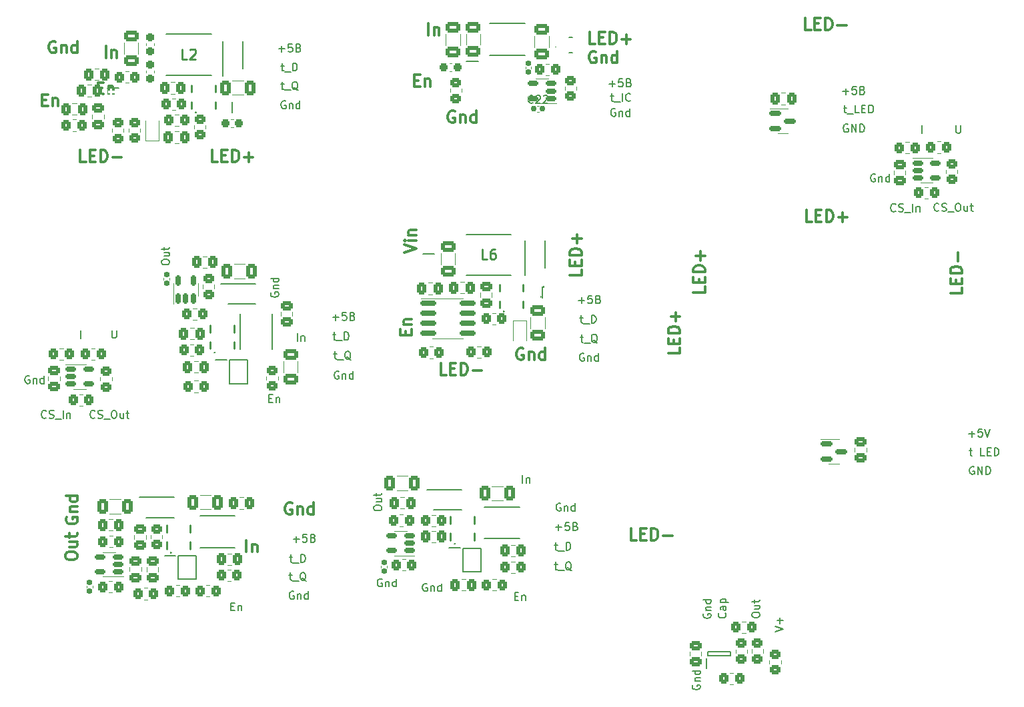
<source format=gbr>
%TF.GenerationSoftware,KiCad,Pcbnew,(6.0.4)*%
%TF.CreationDate,2022-12-17T18:01:14+03:00*%
%TF.ProjectId,Main_PCB_002,4d61696e-5f50-4434-925f-3030322e6b69,rev?*%
%TF.SameCoordinates,Original*%
%TF.FileFunction,Legend,Top*%
%TF.FilePolarity,Positive*%
%FSLAX46Y46*%
G04 Gerber Fmt 4.6, Leading zero omitted, Abs format (unit mm)*
G04 Created by KiCad (PCBNEW (6.0.4)) date 2022-12-17 18:01:14*
%MOMM*%
%LPD*%
G01*
G04 APERTURE LIST*
G04 Aperture macros list*
%AMRoundRect*
0 Rectangle with rounded corners*
0 $1 Rounding radius*
0 $2 $3 $4 $5 $6 $7 $8 $9 X,Y pos of 4 corners*
0 Add a 4 corners polygon primitive as box body*
4,1,4,$2,$3,$4,$5,$6,$7,$8,$9,$2,$3,0*
0 Add four circle primitives for the rounded corners*
1,1,$1+$1,$2,$3*
1,1,$1+$1,$4,$5*
1,1,$1+$1,$6,$7*
1,1,$1+$1,$8,$9*
0 Add four rect primitives between the rounded corners*
20,1,$1+$1,$2,$3,$4,$5,0*
20,1,$1+$1,$4,$5,$6,$7,0*
20,1,$1+$1,$6,$7,$8,$9,0*
20,1,$1+$1,$8,$9,$2,$3,0*%
G04 Aperture macros list end*
%ADD10C,0.150000*%
%ADD11C,0.300000*%
%ADD12C,0.254000*%
%ADD13C,0.120000*%
%ADD14C,0.200000*%
%ADD15C,0.100000*%
%ADD16C,1.600000*%
%ADD17C,1.400000*%
%ADD18RoundRect,0.155000X-0.155000X0.212500X-0.155000X-0.212500X0.155000X-0.212500X0.155000X0.212500X0*%
%ADD19C,1.650000*%
%ADD20RoundRect,0.250000X0.337500X0.475000X-0.337500X0.475000X-0.337500X-0.475000X0.337500X-0.475000X0*%
%ADD21RoundRect,0.150000X0.512500X0.150000X-0.512500X0.150000X-0.512500X-0.150000X0.512500X-0.150000X0*%
%ADD22R,1.400000X0.300000*%
%ADD23R,1.570000X1.880000*%
%ADD24RoundRect,0.250000X-0.337500X-0.475000X0.337500X-0.475000X0.337500X0.475000X-0.337500X0.475000X0*%
%ADD25RoundRect,0.250000X-0.350000X-0.450000X0.350000X-0.450000X0.350000X0.450000X-0.350000X0.450000X0*%
%ADD26R,1.200000X1.800000*%
%ADD27R,1.525000X0.650000*%
%ADD28R,2.400000X3.100000*%
%ADD29RoundRect,0.250000X-0.450000X0.350000X-0.450000X-0.350000X0.450000X-0.350000X0.450000X0.350000X0*%
%ADD30R,0.500000X0.500000*%
%ADD31R,1.400000X0.450000*%
%ADD32R,1.530000X1.630000*%
%ADD33R,0.350000X0.500000*%
%ADD34R,0.400000X0.300000*%
%ADD35R,0.380000X0.430000*%
%ADD36R,2.450000X1.980000*%
%ADD37RoundRect,0.250000X-0.412500X-0.650000X0.412500X-0.650000X0.412500X0.650000X-0.412500X0.650000X0*%
%ADD38RoundRect,0.250000X0.475000X-0.337500X0.475000X0.337500X-0.475000X0.337500X-0.475000X-0.337500X0*%
%ADD39RoundRect,0.155000X-0.212500X-0.155000X0.212500X-0.155000X0.212500X0.155000X-0.212500X0.155000X0*%
%ADD40RoundRect,0.250000X0.450000X-0.350000X0.450000X0.350000X-0.450000X0.350000X-0.450000X-0.350000X0*%
%ADD41RoundRect,0.150000X-0.825000X-0.150000X0.825000X-0.150000X0.825000X0.150000X-0.825000X0.150000X0*%
%ADD42R,2.100000X1.800000*%
%ADD43R,2.150000X1.600000*%
%ADD44RoundRect,0.250000X0.350000X0.450000X-0.350000X0.450000X-0.350000X-0.450000X0.350000X-0.450000X0*%
%ADD45RoundRect,0.150000X-0.512500X-0.150000X0.512500X-0.150000X0.512500X0.150000X-0.512500X0.150000X0*%
%ADD46RoundRect,0.250000X-0.650000X0.412500X-0.650000X-0.412500X0.650000X-0.412500X0.650000X0.412500X0*%
%ADD47R,1.630000X1.530000*%
%ADD48RoundRect,0.250000X0.650000X-0.412500X0.650000X0.412500X-0.650000X0.412500X-0.650000X-0.412500X0*%
%ADD49RoundRect,0.250000X-0.475000X0.337500X-0.475000X-0.337500X0.475000X-0.337500X0.475000X0.337500X0*%
%ADD50RoundRect,0.150000X-0.587500X-0.150000X0.587500X-0.150000X0.587500X0.150000X-0.587500X0.150000X0*%
%ADD51R,1.800000X2.100000*%
%ADD52C,1.550000*%
%ADD53R,1.800000X1.200000*%
%ADD54RoundRect,0.237500X0.300000X0.237500X-0.300000X0.237500X-0.300000X-0.237500X0.300000X-0.237500X0*%
%ADD55R,0.600000X1.250000*%
%ADD56C,3.600000*%
%ADD57RoundRect,0.250000X0.412500X0.650000X-0.412500X0.650000X-0.412500X-0.650000X0.412500X-0.650000X0*%
%ADD58RoundRect,0.237500X-0.237500X0.300000X-0.237500X-0.300000X0.237500X-0.300000X0.237500X0.300000X0*%
%ADD59RoundRect,0.237500X0.237500X-0.300000X0.237500X0.300000X-0.237500X0.300000X-0.237500X-0.300000X0*%
%ADD60RoundRect,0.150000X0.150000X-0.512500X0.150000X0.512500X-0.150000X0.512500X-0.150000X-0.512500X0*%
%ADD61R,0.800000X2.000000*%
%ADD62RoundRect,0.155000X0.155000X-0.212500X0.155000X0.212500X-0.155000X0.212500X-0.155000X-0.212500X0*%
G04 APERTURE END LIST*
D10*
X103636819Y-99842580D02*
X103636819Y-98842580D01*
X104113009Y-99175914D02*
X104113009Y-99842580D01*
X104113009Y-99271152D02*
X104160628Y-99223533D01*
X104255866Y-99175914D01*
X104398723Y-99175914D01*
X104493961Y-99223533D01*
X104541580Y-99318771D01*
X104541580Y-99842580D01*
D11*
X72959114Y-61810200D02*
X72816257Y-61738771D01*
X72601971Y-61738771D01*
X72387685Y-61810200D01*
X72244828Y-61953057D01*
X72173400Y-62095914D01*
X72101971Y-62381628D01*
X72101971Y-62595914D01*
X72173400Y-62881628D01*
X72244828Y-63024485D01*
X72387685Y-63167342D01*
X72601971Y-63238771D01*
X72744828Y-63238771D01*
X72959114Y-63167342D01*
X73030542Y-63095914D01*
X73030542Y-62595914D01*
X72744828Y-62595914D01*
X73673400Y-62238771D02*
X73673400Y-63238771D01*
X73673400Y-62381628D02*
X73744828Y-62310200D01*
X73887685Y-62238771D01*
X74101971Y-62238771D01*
X74244828Y-62310200D01*
X74316257Y-62453057D01*
X74316257Y-63238771D01*
X75673400Y-63238771D02*
X75673400Y-61738771D01*
X75673400Y-63167342D02*
X75530542Y-63238771D01*
X75244828Y-63238771D01*
X75101971Y-63167342D01*
X75030542Y-63095914D01*
X74959114Y-62953057D01*
X74959114Y-62524485D01*
X75030542Y-62381628D01*
X75101971Y-62310200D01*
X75244828Y-62238771D01*
X75530542Y-62238771D01*
X75673400Y-62310200D01*
X78306550Y-67685457D02*
X78806550Y-67685457D01*
X79020835Y-68471171D02*
X78306550Y-68471171D01*
X78306550Y-66971171D01*
X79020835Y-66971171D01*
X79663692Y-67471171D02*
X79663692Y-68471171D01*
X79663692Y-67614028D02*
X79735121Y-67542600D01*
X79877978Y-67471171D01*
X80092264Y-67471171D01*
X80235121Y-67542600D01*
X80306550Y-67685457D01*
X80306550Y-68471171D01*
D10*
X157938742Y-134418438D02*
X157986361Y-134466057D01*
X158033980Y-134608914D01*
X158033980Y-134704152D01*
X157986361Y-134847009D01*
X157891123Y-134942247D01*
X157795885Y-134989866D01*
X157605409Y-135037485D01*
X157462552Y-135037485D01*
X157272076Y-134989866D01*
X157176838Y-134942247D01*
X157081600Y-134847009D01*
X157033980Y-134704152D01*
X157033980Y-134608914D01*
X157081600Y-134466057D01*
X157129219Y-134418438D01*
X158033980Y-133561295D02*
X157510171Y-133561295D01*
X157414933Y-133608914D01*
X157367314Y-133704152D01*
X157367314Y-133894628D01*
X157414933Y-133989866D01*
X157986361Y-133561295D02*
X158033980Y-133656533D01*
X158033980Y-133894628D01*
X157986361Y-133989866D01*
X157891123Y-134037485D01*
X157795885Y-134037485D01*
X157700647Y-133989866D01*
X157653028Y-133894628D01*
X157653028Y-133656533D01*
X157605409Y-133561295D01*
X157367314Y-133085104D02*
X158367314Y-133085104D01*
X157414933Y-133085104D02*
X157367314Y-132989866D01*
X157367314Y-132799390D01*
X157414933Y-132704152D01*
X157462552Y-132656533D01*
X157557790Y-132608914D01*
X157843504Y-132608914D01*
X157938742Y-132656533D01*
X157986361Y-132704152D01*
X158033980Y-132799390D01*
X158033980Y-132989866D01*
X157986361Y-133085104D01*
X164247580Y-136756780D02*
X165247580Y-136423447D01*
X164247580Y-136090114D01*
X164866628Y-135756780D02*
X164866628Y-134994876D01*
X165247580Y-135375828D02*
X164485676Y-135375828D01*
D11*
X141504314Y-63080200D02*
X141361457Y-63008771D01*
X141147171Y-63008771D01*
X140932885Y-63080200D01*
X140790028Y-63223057D01*
X140718600Y-63365914D01*
X140647171Y-63651628D01*
X140647171Y-63865914D01*
X140718600Y-64151628D01*
X140790028Y-64294485D01*
X140932885Y-64437342D01*
X141147171Y-64508771D01*
X141290028Y-64508771D01*
X141504314Y-64437342D01*
X141575742Y-64365914D01*
X141575742Y-63865914D01*
X141290028Y-63865914D01*
X142218600Y-63508771D02*
X142218600Y-64508771D01*
X142218600Y-63651628D02*
X142290028Y-63580200D01*
X142432885Y-63508771D01*
X142647171Y-63508771D01*
X142790028Y-63580200D01*
X142861457Y-63723057D01*
X142861457Y-64508771D01*
X144218600Y-64508771D02*
X144218600Y-63008771D01*
X144218600Y-64437342D02*
X144075742Y-64508771D01*
X143790028Y-64508771D01*
X143647171Y-64437342D01*
X143575742Y-64365914D01*
X143504314Y-64223057D01*
X143504314Y-63794485D01*
X143575742Y-63651628D01*
X143647171Y-63580200D01*
X143790028Y-63508771D01*
X144075742Y-63508771D01*
X144218600Y-63580200D01*
X71237600Y-69209457D02*
X71737600Y-69209457D01*
X71951885Y-69995171D02*
X71237600Y-69995171D01*
X71237600Y-68495171D01*
X71951885Y-68495171D01*
X72594742Y-68995171D02*
X72594742Y-69995171D01*
X72594742Y-69138028D02*
X72666171Y-69066600D01*
X72809028Y-68995171D01*
X73023314Y-68995171D01*
X73166171Y-69066600D01*
X73237600Y-69209457D01*
X73237600Y-69995171D01*
X102942007Y-120463813D02*
X102799150Y-120392384D01*
X102584864Y-120392384D01*
X102370578Y-120463813D01*
X102227721Y-120606670D01*
X102156293Y-120749527D01*
X102084864Y-121035241D01*
X102084864Y-121249527D01*
X102156293Y-121535241D01*
X102227721Y-121678098D01*
X102370578Y-121820955D01*
X102584864Y-121892384D01*
X102727721Y-121892384D01*
X102942007Y-121820955D01*
X103013435Y-121749527D01*
X103013435Y-121249527D01*
X102727721Y-121249527D01*
X103656293Y-120892384D02*
X103656293Y-121892384D01*
X103656293Y-121035241D02*
X103727721Y-120963813D01*
X103870578Y-120892384D01*
X104084864Y-120892384D01*
X104227721Y-120963813D01*
X104299150Y-121106670D01*
X104299150Y-121892384D01*
X105656293Y-121892384D02*
X105656293Y-120392384D01*
X105656293Y-121820955D02*
X105513435Y-121892384D01*
X105227721Y-121892384D01*
X105084864Y-121820955D01*
X105013435Y-121749527D01*
X104942007Y-121606670D01*
X104942007Y-121178098D01*
X105013435Y-121035241D01*
X105084864Y-120963813D01*
X105227721Y-120892384D01*
X105513435Y-120892384D01*
X105656293Y-120963813D01*
X141439342Y-62070371D02*
X140725057Y-62070371D01*
X140725057Y-60570371D01*
X141939342Y-61284657D02*
X142439342Y-61284657D01*
X142653628Y-62070371D02*
X141939342Y-62070371D01*
X141939342Y-60570371D01*
X142653628Y-60570371D01*
X143296485Y-62070371D02*
X143296485Y-60570371D01*
X143653628Y-60570371D01*
X143867914Y-60641800D01*
X144010771Y-60784657D01*
X144082200Y-60927514D01*
X144153628Y-61213228D01*
X144153628Y-61427514D01*
X144082200Y-61713228D01*
X144010771Y-61856085D01*
X143867914Y-61998942D01*
X143653628Y-62070371D01*
X143296485Y-62070371D01*
X144796485Y-61498942D02*
X145939342Y-61498942D01*
X145367914Y-62070371D02*
X145367914Y-60927514D01*
X122541742Y-104146871D02*
X121827457Y-104146871D01*
X121827457Y-102646871D01*
X123041742Y-103361157D02*
X123541742Y-103361157D01*
X123756028Y-104146871D02*
X123041742Y-104146871D01*
X123041742Y-102646871D01*
X123756028Y-102646871D01*
X124398885Y-104146871D02*
X124398885Y-102646871D01*
X124756028Y-102646871D01*
X124970314Y-102718300D01*
X125113171Y-102861157D01*
X125184600Y-103004014D01*
X125256028Y-103289728D01*
X125256028Y-103504014D01*
X125184600Y-103789728D01*
X125113171Y-103932585D01*
X124970314Y-104075442D01*
X124756028Y-104146871D01*
X124398885Y-104146871D01*
X125898885Y-103575442D02*
X127041742Y-103575442D01*
X120283028Y-60992371D02*
X120283028Y-59492371D01*
X120997314Y-59992371D02*
X120997314Y-60992371D01*
X120997314Y-60135228D02*
X121068742Y-60063800D01*
X121211600Y-59992371D01*
X121425885Y-59992371D01*
X121568742Y-60063800D01*
X121640171Y-60206657D01*
X121640171Y-60992371D01*
X132309514Y-100813300D02*
X132166657Y-100741871D01*
X131952371Y-100741871D01*
X131738085Y-100813300D01*
X131595228Y-100956157D01*
X131523800Y-101099014D01*
X131452371Y-101384728D01*
X131452371Y-101599014D01*
X131523800Y-101884728D01*
X131595228Y-102027585D01*
X131738085Y-102170442D01*
X131952371Y-102241871D01*
X132095228Y-102241871D01*
X132309514Y-102170442D01*
X132380942Y-102099014D01*
X132380942Y-101599014D01*
X132095228Y-101599014D01*
X133023800Y-101241871D02*
X133023800Y-102241871D01*
X133023800Y-101384728D02*
X133095228Y-101313300D01*
X133238085Y-101241871D01*
X133452371Y-101241871D01*
X133595228Y-101313300D01*
X133666657Y-101456157D01*
X133666657Y-102241871D01*
X135023800Y-102241871D02*
X135023800Y-100741871D01*
X135023800Y-102170442D02*
X134880942Y-102241871D01*
X134595228Y-102241871D01*
X134452371Y-102170442D01*
X134380942Y-102099014D01*
X134309514Y-101956157D01*
X134309514Y-101527585D01*
X134380942Y-101384728D01*
X134452371Y-101313300D01*
X134595228Y-101241871D01*
X134880942Y-101241871D01*
X135023800Y-101313300D01*
X74317893Y-122244898D02*
X74246464Y-122387755D01*
X74246464Y-122602041D01*
X74317893Y-122816327D01*
X74460750Y-122959184D01*
X74603607Y-123030613D01*
X74889321Y-123102041D01*
X75103607Y-123102041D01*
X75389321Y-123030613D01*
X75532178Y-122959184D01*
X75675035Y-122816327D01*
X75746464Y-122602041D01*
X75746464Y-122459184D01*
X75675035Y-122244898D01*
X75603607Y-122173470D01*
X75103607Y-122173470D01*
X75103607Y-122459184D01*
X74746464Y-121530613D02*
X75746464Y-121530613D01*
X74889321Y-121530613D02*
X74817893Y-121459184D01*
X74746464Y-121316327D01*
X74746464Y-121102041D01*
X74817893Y-120959184D01*
X74960750Y-120887755D01*
X75746464Y-120887755D01*
X75746464Y-119530613D02*
X74246464Y-119530613D01*
X75675035Y-119530613D02*
X75746464Y-119673470D01*
X75746464Y-119959184D01*
X75675035Y-120102041D01*
X75603607Y-120173470D01*
X75460750Y-120244898D01*
X75032178Y-120244898D01*
X74889321Y-120173470D01*
X74817893Y-120102041D01*
X74746464Y-119959184D01*
X74746464Y-119673470D01*
X74817893Y-119530613D01*
X146697142Y-125138571D02*
X145982857Y-125138571D01*
X145982857Y-123638571D01*
X147197142Y-124352857D02*
X147697142Y-124352857D01*
X147911428Y-125138571D02*
X147197142Y-125138571D01*
X147197142Y-123638571D01*
X147911428Y-123638571D01*
X148554285Y-125138571D02*
X148554285Y-123638571D01*
X148911428Y-123638571D01*
X149125714Y-123710000D01*
X149268571Y-123852857D01*
X149340000Y-123995714D01*
X149411428Y-124281428D01*
X149411428Y-124495714D01*
X149340000Y-124781428D01*
X149268571Y-124924285D01*
X149125714Y-125067142D01*
X148911428Y-125138571D01*
X148554285Y-125138571D01*
X150054285Y-124567142D02*
X151197142Y-124567142D01*
D10*
X153805000Y-143559257D02*
X153757380Y-143654495D01*
X153757380Y-143797352D01*
X153805000Y-143940209D01*
X153900238Y-144035447D01*
X153995476Y-144083066D01*
X154185952Y-144130685D01*
X154328809Y-144130685D01*
X154519285Y-144083066D01*
X154614523Y-144035447D01*
X154709761Y-143940209D01*
X154757380Y-143797352D01*
X154757380Y-143702114D01*
X154709761Y-143559257D01*
X154662142Y-143511638D01*
X154328809Y-143511638D01*
X154328809Y-143702114D01*
X154090714Y-143083066D02*
X154757380Y-143083066D01*
X154185952Y-143083066D02*
X154138333Y-143035447D01*
X154090714Y-142940209D01*
X154090714Y-142797352D01*
X154138333Y-142702114D01*
X154233571Y-142654495D01*
X154757380Y-142654495D01*
X154757380Y-141749733D02*
X153757380Y-141749733D01*
X154709761Y-141749733D02*
X154757380Y-141844971D01*
X154757380Y-142035447D01*
X154709761Y-142130685D01*
X154662142Y-142178304D01*
X154566904Y-142225923D01*
X154281190Y-142225923D01*
X154185952Y-142178304D01*
X154138333Y-142130685D01*
X154090714Y-142035447D01*
X154090714Y-141844971D01*
X154138333Y-141749733D01*
D11*
X79340828Y-63848371D02*
X79340828Y-62348371D01*
X80055114Y-62848371D02*
X80055114Y-63848371D01*
X80055114Y-62991228D02*
X80126542Y-62919800D01*
X80269400Y-62848371D01*
X80483685Y-62848371D01*
X80626542Y-62919800D01*
X80697971Y-63062657D01*
X80697971Y-63848371D01*
X188003571Y-93078857D02*
X188003571Y-93793142D01*
X186503571Y-93793142D01*
X187217857Y-92578857D02*
X187217857Y-92078857D01*
X188003571Y-91864571D02*
X188003571Y-92578857D01*
X186503571Y-92578857D01*
X186503571Y-91864571D01*
X188003571Y-91221714D02*
X186503571Y-91221714D01*
X186503571Y-90864571D01*
X186575000Y-90650285D01*
X186717857Y-90507428D01*
X186860714Y-90436000D01*
X187146428Y-90364571D01*
X187360714Y-90364571D01*
X187646428Y-90436000D01*
X187789285Y-90507428D01*
X187932142Y-90650285D01*
X188003571Y-90864571D01*
X188003571Y-91221714D01*
X187432142Y-89721714D02*
X187432142Y-88578857D01*
X168806742Y-60302571D02*
X168092457Y-60302571D01*
X168092457Y-58802571D01*
X169306742Y-59516857D02*
X169806742Y-59516857D01*
X170021028Y-60302571D02*
X169306742Y-60302571D01*
X169306742Y-58802571D01*
X170021028Y-58802571D01*
X170663885Y-60302571D02*
X170663885Y-58802571D01*
X171021028Y-58802571D01*
X171235314Y-58874000D01*
X171378171Y-59016857D01*
X171449600Y-59159714D01*
X171521028Y-59445428D01*
X171521028Y-59659714D01*
X171449600Y-59945428D01*
X171378171Y-60088285D01*
X171235314Y-60231142D01*
X171021028Y-60302571D01*
X170663885Y-60302571D01*
X172163885Y-59731142D02*
X173306742Y-59731142D01*
D10*
X100287200Y-93683057D02*
X100239580Y-93778295D01*
X100239580Y-93921152D01*
X100287200Y-94064009D01*
X100382438Y-94159247D01*
X100477676Y-94206866D01*
X100668152Y-94254485D01*
X100811009Y-94254485D01*
X101001485Y-94206866D01*
X101096723Y-94159247D01*
X101191961Y-94064009D01*
X101239580Y-93921152D01*
X101239580Y-93825914D01*
X101191961Y-93683057D01*
X101144342Y-93635438D01*
X100811009Y-93635438D01*
X100811009Y-93825914D01*
X100572914Y-93206866D02*
X101239580Y-93206866D01*
X100668152Y-93206866D02*
X100620533Y-93159247D01*
X100572914Y-93064009D01*
X100572914Y-92921152D01*
X100620533Y-92825914D01*
X100715771Y-92778295D01*
X101239580Y-92778295D01*
X101239580Y-91873533D02*
X100239580Y-91873533D01*
X101191961Y-91873533D02*
X101239580Y-91968771D01*
X101239580Y-92159247D01*
X101191961Y-92254485D01*
X101144342Y-92302104D01*
X101049104Y-92349723D01*
X100763390Y-92349723D01*
X100668152Y-92302104D01*
X100620533Y-92254485D01*
X100572914Y-92159247D01*
X100572914Y-91968771D01*
X100620533Y-91873533D01*
D11*
X117237771Y-88581514D02*
X118737771Y-88081514D01*
X117237771Y-87581514D01*
X118737771Y-87081514D02*
X117737771Y-87081514D01*
X117237771Y-87081514D02*
X117309200Y-87152942D01*
X117380628Y-87081514D01*
X117309200Y-87010085D01*
X117237771Y-87081514D01*
X117380628Y-87081514D01*
X117737771Y-86367228D02*
X118737771Y-86367228D01*
X117880628Y-86367228D02*
X117809200Y-86295800D01*
X117737771Y-86152942D01*
X117737771Y-85938657D01*
X117809200Y-85795800D01*
X117952057Y-85724371D01*
X118737771Y-85724371D01*
X123597314Y-70674800D02*
X123454457Y-70603371D01*
X123240171Y-70603371D01*
X123025885Y-70674800D01*
X122883028Y-70817657D01*
X122811600Y-70960514D01*
X122740171Y-71246228D01*
X122740171Y-71460514D01*
X122811600Y-71746228D01*
X122883028Y-71889085D01*
X123025885Y-72031942D01*
X123240171Y-72103371D01*
X123383028Y-72103371D01*
X123597314Y-72031942D01*
X123668742Y-71960514D01*
X123668742Y-71460514D01*
X123383028Y-71460514D01*
X124311600Y-71103371D02*
X124311600Y-72103371D01*
X124311600Y-71246228D02*
X124383028Y-71174800D01*
X124525885Y-71103371D01*
X124740171Y-71103371D01*
X124883028Y-71174800D01*
X124954457Y-71317657D01*
X124954457Y-72103371D01*
X126311600Y-72103371D02*
X126311600Y-70603371D01*
X126311600Y-72031942D02*
X126168742Y-72103371D01*
X125883028Y-72103371D01*
X125740171Y-72031942D01*
X125668742Y-71960514D01*
X125597314Y-71817657D01*
X125597314Y-71389085D01*
X125668742Y-71246228D01*
X125740171Y-71174800D01*
X125883028Y-71103371D01*
X126168742Y-71103371D01*
X126311600Y-71174800D01*
X97173121Y-126658184D02*
X97173121Y-125158184D01*
X97887407Y-125658184D02*
X97887407Y-126658184D01*
X97887407Y-125801041D02*
X97958835Y-125729613D01*
X98101693Y-125658184D01*
X98315978Y-125658184D01*
X98458835Y-125729613D01*
X98530264Y-125872470D01*
X98530264Y-126658184D01*
D10*
X95203826Y-133578984D02*
X95537159Y-133578984D01*
X95680016Y-134102793D02*
X95203826Y-134102793D01*
X95203826Y-133102793D01*
X95680016Y-133102793D01*
X96108588Y-133436127D02*
X96108588Y-134102793D01*
X96108588Y-133531365D02*
X96156207Y-133483746D01*
X96251445Y-133436127D01*
X96394302Y-133436127D01*
X96489540Y-133483746D01*
X96537159Y-133578984D01*
X96537159Y-134102793D01*
D11*
X118507000Y-66720257D02*
X119007000Y-66720257D01*
X119221285Y-67505971D02*
X118507000Y-67505971D01*
X118507000Y-66005971D01*
X119221285Y-66005971D01*
X119864142Y-66505971D02*
X119864142Y-67505971D01*
X119864142Y-66648828D02*
X119935571Y-66577400D01*
X120078428Y-66505971D01*
X120292714Y-66505971D01*
X120435571Y-66577400D01*
X120507000Y-66720257D01*
X120507000Y-67505971D01*
D10*
X86396580Y-89911133D02*
X86396580Y-89720657D01*
X86444200Y-89625419D01*
X86539438Y-89530180D01*
X86729914Y-89482561D01*
X87063247Y-89482561D01*
X87253723Y-89530180D01*
X87348961Y-89625419D01*
X87396580Y-89720657D01*
X87396580Y-89911133D01*
X87348961Y-90006371D01*
X87253723Y-90101609D01*
X87063247Y-90149228D01*
X86729914Y-90149228D01*
X86539438Y-90101609D01*
X86444200Y-90006371D01*
X86396580Y-89911133D01*
X86729914Y-88625419D02*
X87396580Y-88625419D01*
X86729914Y-89053990D02*
X87253723Y-89053990D01*
X87348961Y-89006371D01*
X87396580Y-88911133D01*
X87396580Y-88768276D01*
X87348961Y-88673038D01*
X87301342Y-88625419D01*
X86729914Y-88292085D02*
X86729914Y-87911133D01*
X86396580Y-88149228D02*
X87253723Y-88149228D01*
X87348961Y-88101609D01*
X87396580Y-88006371D01*
X87396580Y-87911133D01*
X131235533Y-132287971D02*
X131568866Y-132287971D01*
X131711723Y-132811780D02*
X131235533Y-132811780D01*
X131235533Y-131811780D01*
X131711723Y-131811780D01*
X132140295Y-132145114D02*
X132140295Y-132811780D01*
X132140295Y-132240352D02*
X132187914Y-132192733D01*
X132283152Y-132145114D01*
X132426009Y-132145114D01*
X132521247Y-132192733D01*
X132568866Y-132287971D01*
X132568866Y-132811780D01*
X155176600Y-134516857D02*
X155128980Y-134612095D01*
X155128980Y-134754952D01*
X155176600Y-134897809D01*
X155271838Y-134993047D01*
X155367076Y-135040666D01*
X155557552Y-135088285D01*
X155700409Y-135088285D01*
X155890885Y-135040666D01*
X155986123Y-134993047D01*
X156081361Y-134897809D01*
X156128980Y-134754952D01*
X156128980Y-134659714D01*
X156081361Y-134516857D01*
X156033742Y-134469238D01*
X155700409Y-134469238D01*
X155700409Y-134659714D01*
X155462314Y-134040666D02*
X156128980Y-134040666D01*
X155557552Y-134040666D02*
X155509933Y-133993047D01*
X155462314Y-133897809D01*
X155462314Y-133754952D01*
X155509933Y-133659714D01*
X155605171Y-133612095D01*
X156128980Y-133612095D01*
X156128980Y-132707333D02*
X155128980Y-132707333D01*
X156081361Y-132707333D02*
X156128980Y-132802571D01*
X156128980Y-132993047D01*
X156081361Y-133088285D01*
X156033742Y-133135904D01*
X155938504Y-133183523D01*
X155652790Y-133183523D01*
X155557552Y-133135904D01*
X155509933Y-133088285D01*
X155462314Y-132993047D01*
X155462314Y-132802571D01*
X155509933Y-132707333D01*
D11*
X76805742Y-77081771D02*
X76091457Y-77081771D01*
X76091457Y-75581771D01*
X77305742Y-76296057D02*
X77805742Y-76296057D01*
X78020028Y-77081771D02*
X77305742Y-77081771D01*
X77305742Y-75581771D01*
X78020028Y-75581771D01*
X78662885Y-77081771D02*
X78662885Y-75581771D01*
X79020028Y-75581771D01*
X79234314Y-75653200D01*
X79377171Y-75796057D01*
X79448600Y-75938914D01*
X79520028Y-76224628D01*
X79520028Y-76438914D01*
X79448600Y-76724628D01*
X79377171Y-76867485D01*
X79234314Y-77010342D01*
X79020028Y-77081771D01*
X78662885Y-77081771D01*
X80162885Y-76510342D02*
X81305742Y-76510342D01*
X155364571Y-92951857D02*
X155364571Y-93666142D01*
X153864571Y-93666142D01*
X154578857Y-92451857D02*
X154578857Y-91951857D01*
X155364571Y-91737571D02*
X155364571Y-92451857D01*
X153864571Y-92451857D01*
X153864571Y-91737571D01*
X155364571Y-91094714D02*
X153864571Y-91094714D01*
X153864571Y-90737571D01*
X153936000Y-90523285D01*
X154078857Y-90380428D01*
X154221714Y-90309000D01*
X154507428Y-90237571D01*
X154721714Y-90237571D01*
X155007428Y-90309000D01*
X155150285Y-90380428D01*
X155293142Y-90523285D01*
X155364571Y-90737571D01*
X155364571Y-91094714D01*
X154793142Y-89594714D02*
X154793142Y-88451857D01*
X155364571Y-89023285D02*
X154221714Y-89023285D01*
X168933742Y-84686571D02*
X168219457Y-84686571D01*
X168219457Y-83186571D01*
X169433742Y-83900857D02*
X169933742Y-83900857D01*
X170148028Y-84686571D02*
X169433742Y-84686571D01*
X169433742Y-83186571D01*
X170148028Y-83186571D01*
X170790885Y-84686571D02*
X170790885Y-83186571D01*
X171148028Y-83186571D01*
X171362314Y-83258000D01*
X171505171Y-83400857D01*
X171576600Y-83543714D01*
X171648028Y-83829428D01*
X171648028Y-84043714D01*
X171576600Y-84329428D01*
X171505171Y-84472285D01*
X171362314Y-84615142D01*
X171148028Y-84686571D01*
X170790885Y-84686571D01*
X172290885Y-84115142D02*
X173433742Y-84115142D01*
X172862314Y-84686571D02*
X172862314Y-83543714D01*
X139692771Y-90781557D02*
X139692771Y-91495842D01*
X138192771Y-91495842D01*
X138907057Y-90281557D02*
X138907057Y-89781557D01*
X139692771Y-89567271D02*
X139692771Y-90281557D01*
X138192771Y-90281557D01*
X138192771Y-89567271D01*
X139692771Y-88924414D02*
X138192771Y-88924414D01*
X138192771Y-88567271D01*
X138264200Y-88352985D01*
X138407057Y-88210128D01*
X138549914Y-88138700D01*
X138835628Y-88067271D01*
X139049914Y-88067271D01*
X139335628Y-88138700D01*
X139478485Y-88210128D01*
X139621342Y-88352985D01*
X139692771Y-88567271D01*
X139692771Y-88924414D01*
X139121342Y-87424414D02*
X139121342Y-86281557D01*
X139692771Y-86852985D02*
X138549914Y-86852985D01*
X93518942Y-77056371D02*
X92804657Y-77056371D01*
X92804657Y-75556371D01*
X94018942Y-76270657D02*
X94518942Y-76270657D01*
X94733228Y-77056371D02*
X94018942Y-77056371D01*
X94018942Y-75556371D01*
X94733228Y-75556371D01*
X95376085Y-77056371D02*
X95376085Y-75556371D01*
X95733228Y-75556371D01*
X95947514Y-75627800D01*
X96090371Y-75770657D01*
X96161800Y-75913514D01*
X96233228Y-76199228D01*
X96233228Y-76413514D01*
X96161800Y-76699228D01*
X96090371Y-76842085D01*
X95947514Y-76984942D01*
X95733228Y-77056371D01*
X95376085Y-77056371D01*
X96876085Y-76484942D02*
X98018942Y-76484942D01*
X97447514Y-77056371D02*
X97447514Y-75913514D01*
D10*
X100044333Y-107141971D02*
X100377666Y-107141971D01*
X100520523Y-107665780D02*
X100044333Y-107665780D01*
X100044333Y-106665780D01*
X100520523Y-106665780D01*
X100949095Y-106999114D02*
X100949095Y-107665780D01*
X100949095Y-107094352D02*
X100996714Y-107046733D01*
X101091952Y-106999114D01*
X101234809Y-106999114D01*
X101330047Y-107046733D01*
X101377666Y-107141971D01*
X101377666Y-107665780D01*
D11*
X117367857Y-99094800D02*
X117367857Y-98594800D01*
X118153571Y-98380514D02*
X118153571Y-99094800D01*
X116653571Y-99094800D01*
X116653571Y-98380514D01*
X117153571Y-97737657D02*
X118153571Y-97737657D01*
X117296428Y-97737657D02*
X117225000Y-97666228D01*
X117153571Y-97523371D01*
X117153571Y-97309085D01*
X117225000Y-97166228D01*
X117367857Y-97094800D01*
X118153571Y-97094800D01*
D10*
X161326580Y-134732733D02*
X161326580Y-134542257D01*
X161374200Y-134447019D01*
X161469438Y-134351780D01*
X161659914Y-134304161D01*
X161993247Y-134304161D01*
X162183723Y-134351780D01*
X162278961Y-134447019D01*
X162326580Y-134542257D01*
X162326580Y-134732733D01*
X162278961Y-134827971D01*
X162183723Y-134923209D01*
X161993247Y-134970828D01*
X161659914Y-134970828D01*
X161469438Y-134923209D01*
X161374200Y-134827971D01*
X161326580Y-134732733D01*
X161659914Y-133447019D02*
X162326580Y-133447019D01*
X161659914Y-133875590D02*
X162183723Y-133875590D01*
X162278961Y-133827971D01*
X162326580Y-133732733D01*
X162326580Y-133589876D01*
X162278961Y-133494638D01*
X162231342Y-133447019D01*
X161659914Y-133113685D02*
X161659914Y-132732733D01*
X161326580Y-132970828D02*
X162183723Y-132970828D01*
X162278961Y-132923209D01*
X162326580Y-132827971D01*
X162326580Y-132732733D01*
D11*
X74170264Y-127280413D02*
X74170264Y-126994698D01*
X74241693Y-126851841D01*
X74384550Y-126708984D01*
X74670264Y-126637555D01*
X75170264Y-126637555D01*
X75455978Y-126708984D01*
X75598835Y-126851841D01*
X75670264Y-126994698D01*
X75670264Y-127280413D01*
X75598835Y-127423270D01*
X75455978Y-127566127D01*
X75170264Y-127637555D01*
X74670264Y-127637555D01*
X74384550Y-127566127D01*
X74241693Y-127423270D01*
X74170264Y-127280413D01*
X74670264Y-125351841D02*
X75670264Y-125351841D01*
X74670264Y-125994698D02*
X75455978Y-125994698D01*
X75598835Y-125923270D01*
X75670264Y-125780413D01*
X75670264Y-125566127D01*
X75598835Y-125423270D01*
X75527407Y-125351841D01*
X74670264Y-124851841D02*
X74670264Y-124280413D01*
X74170264Y-124637555D02*
X75455978Y-124637555D01*
X75598835Y-124566127D01*
X75670264Y-124423270D01*
X75670264Y-124280413D01*
X152189571Y-100698857D02*
X152189571Y-101413142D01*
X150689571Y-101413142D01*
X151403857Y-100198857D02*
X151403857Y-99698857D01*
X152189571Y-99484571D02*
X152189571Y-100198857D01*
X150689571Y-100198857D01*
X150689571Y-99484571D01*
X152189571Y-98841714D02*
X150689571Y-98841714D01*
X150689571Y-98484571D01*
X150761000Y-98270285D01*
X150903857Y-98127428D01*
X151046714Y-98056000D01*
X151332428Y-97984571D01*
X151546714Y-97984571D01*
X151832428Y-98056000D01*
X151975285Y-98127428D01*
X152118142Y-98270285D01*
X152189571Y-98484571D01*
X152189571Y-98841714D01*
X151618142Y-97341714D02*
X151618142Y-96198857D01*
X152189571Y-96770285D02*
X151046714Y-96770285D01*
D10*
%TO.C,*%
%TO.C,D95*%
X172851357Y-68118328D02*
X173613261Y-68118328D01*
X173232309Y-68499280D02*
X173232309Y-67737376D01*
X174565642Y-67499280D02*
X174089452Y-67499280D01*
X174041833Y-67975471D01*
X174089452Y-67927852D01*
X174184690Y-67880233D01*
X174422785Y-67880233D01*
X174518023Y-67927852D01*
X174565642Y-67975471D01*
X174613261Y-68070709D01*
X174613261Y-68308804D01*
X174565642Y-68404042D01*
X174518023Y-68451661D01*
X174422785Y-68499280D01*
X174184690Y-68499280D01*
X174089452Y-68451661D01*
X174041833Y-68404042D01*
X175375166Y-67975471D02*
X175518023Y-68023090D01*
X175565642Y-68070709D01*
X175613261Y-68165947D01*
X175613261Y-68308804D01*
X175565642Y-68404042D01*
X175518023Y-68451661D01*
X175422785Y-68499280D01*
X175041833Y-68499280D01*
X175041833Y-67499280D01*
X175375166Y-67499280D01*
X175470404Y-67546900D01*
X175518023Y-67594519D01*
X175565642Y-67689757D01*
X175565642Y-67784995D01*
X175518023Y-67880233D01*
X175470404Y-67927852D01*
X175375166Y-67975471D01*
X175041833Y-67975471D01*
%TO.C,*%
%TO.C,D96*%
X172965728Y-70194814D02*
X173346680Y-70194814D01*
X173108585Y-69861480D02*
X173108585Y-70718623D01*
X173156204Y-70813861D01*
X173251442Y-70861480D01*
X173346680Y-70861480D01*
X173441919Y-70956719D02*
X174203823Y-70956719D01*
X174918109Y-70861480D02*
X174441919Y-70861480D01*
X174441919Y-69861480D01*
X175251442Y-70337671D02*
X175584776Y-70337671D01*
X175727633Y-70861480D02*
X175251442Y-70861480D01*
X175251442Y-69861480D01*
X175727633Y-69861480D01*
X176156204Y-70861480D02*
X176156204Y-69861480D01*
X176394300Y-69861480D01*
X176537157Y-69909100D01*
X176632395Y-70004338D01*
X176680014Y-70099576D01*
X176727633Y-70290052D01*
X176727633Y-70432909D01*
X176680014Y-70623385D01*
X176632395Y-70718623D01*
X176537157Y-70813861D01*
X176394300Y-70861480D01*
X176156204Y-70861480D01*
%TO.C,*%
D12*
%TO.C,L7*%
X134498133Y-94198923D02*
X133893371Y-94198923D01*
X133893371Y-92928923D01*
X134800514Y-92928923D02*
X135647180Y-92928923D01*
X135102895Y-94198923D01*
D10*
%TO.C,*%
%TO.C,D65*%
X103177835Y-131702613D02*
X103082597Y-131654993D01*
X102939740Y-131654993D01*
X102796883Y-131702613D01*
X102701645Y-131797851D01*
X102654026Y-131893089D01*
X102606407Y-132083565D01*
X102606407Y-132226422D01*
X102654026Y-132416898D01*
X102701645Y-132512136D01*
X102796883Y-132607374D01*
X102939740Y-132654993D01*
X103034978Y-132654993D01*
X103177835Y-132607374D01*
X103225454Y-132559755D01*
X103225454Y-132226422D01*
X103034978Y-132226422D01*
X103654026Y-131988327D02*
X103654026Y-132654993D01*
X103654026Y-132083565D02*
X103701645Y-132035946D01*
X103796883Y-131988327D01*
X103939740Y-131988327D01*
X104034978Y-132035946D01*
X104082597Y-132131184D01*
X104082597Y-132654993D01*
X104987359Y-132654993D02*
X104987359Y-131654993D01*
X104987359Y-132607374D02*
X104892121Y-132654993D01*
X104701645Y-132654993D01*
X104606407Y-132607374D01*
X104558788Y-132559755D01*
X104511169Y-132464517D01*
X104511169Y-132178803D01*
X104558788Y-132083565D01*
X104606407Y-132035946D01*
X104701645Y-131988327D01*
X104892121Y-131988327D01*
X104987359Y-132035946D01*
%TO.C,*%
%TO.C,D62*%
X103113057Y-125014028D02*
X103874961Y-125014028D01*
X103494009Y-125394980D02*
X103494009Y-124633076D01*
X104827342Y-124394980D02*
X104351152Y-124394980D01*
X104303533Y-124871171D01*
X104351152Y-124823552D01*
X104446390Y-124775933D01*
X104684485Y-124775933D01*
X104779723Y-124823552D01*
X104827342Y-124871171D01*
X104874961Y-124966409D01*
X104874961Y-125204504D01*
X104827342Y-125299742D01*
X104779723Y-125347361D01*
X104684485Y-125394980D01*
X104446390Y-125394980D01*
X104351152Y-125347361D01*
X104303533Y-125299742D01*
X105636866Y-124871171D02*
X105779723Y-124918790D01*
X105827342Y-124966409D01*
X105874961Y-125061647D01*
X105874961Y-125204504D01*
X105827342Y-125299742D01*
X105779723Y-125347361D01*
X105684485Y-125394980D01*
X105303533Y-125394980D01*
X105303533Y-124394980D01*
X105636866Y-124394980D01*
X105732104Y-124442600D01*
X105779723Y-124490219D01*
X105827342Y-124585457D01*
X105827342Y-124680695D01*
X105779723Y-124775933D01*
X105732104Y-124823552D01*
X105636866Y-124871171D01*
X105303533Y-124871171D01*
%TO.C,*%
%TO.C,C22*%
X133532542Y-69543942D02*
X133484923Y-69591561D01*
X133342066Y-69639180D01*
X133246828Y-69639180D01*
X133103971Y-69591561D01*
X133008733Y-69496323D01*
X132961114Y-69401085D01*
X132913495Y-69210609D01*
X132913495Y-69067752D01*
X132961114Y-68877276D01*
X133008733Y-68782038D01*
X133103971Y-68686800D01*
X133246828Y-68639180D01*
X133342066Y-68639180D01*
X133484923Y-68686800D01*
X133532542Y-68734419D01*
X133913495Y-68734419D02*
X133961114Y-68686800D01*
X134056352Y-68639180D01*
X134294447Y-68639180D01*
X134389685Y-68686800D01*
X134437304Y-68734419D01*
X134484923Y-68829657D01*
X134484923Y-68924895D01*
X134437304Y-69067752D01*
X133865876Y-69639180D01*
X134484923Y-69639180D01*
X134865876Y-68734419D02*
X134913495Y-68686800D01*
X135008733Y-68639180D01*
X135246828Y-68639180D01*
X135342066Y-68686800D01*
X135389685Y-68734419D01*
X135437304Y-68829657D01*
X135437304Y-68924895D01*
X135389685Y-69067752D01*
X134818257Y-69639180D01*
X135437304Y-69639180D01*
%TO.C,*%
%TO.C,D80*%
X136412457Y-123515428D02*
X137174361Y-123515428D01*
X136793409Y-123896380D02*
X136793409Y-123134476D01*
X138126742Y-122896380D02*
X137650552Y-122896380D01*
X137602933Y-123372571D01*
X137650552Y-123324952D01*
X137745790Y-123277333D01*
X137983885Y-123277333D01*
X138079123Y-123324952D01*
X138126742Y-123372571D01*
X138174361Y-123467809D01*
X138174361Y-123705904D01*
X138126742Y-123801142D01*
X138079123Y-123848761D01*
X137983885Y-123896380D01*
X137745790Y-123896380D01*
X137650552Y-123848761D01*
X137602933Y-123801142D01*
X138936266Y-123372571D02*
X139079123Y-123420190D01*
X139126742Y-123467809D01*
X139174361Y-123563047D01*
X139174361Y-123705904D01*
X139126742Y-123801142D01*
X139079123Y-123848761D01*
X138983885Y-123896380D01*
X138602933Y-123896380D01*
X138602933Y-122896380D01*
X138936266Y-122896380D01*
X139031504Y-122944000D01*
X139079123Y-122991619D01*
X139126742Y-123086857D01*
X139126742Y-123182095D01*
X139079123Y-123277333D01*
X139031504Y-123324952D01*
X138936266Y-123372571D01*
X138602933Y-123372571D01*
%TO.C,*%
D12*
%TO.C,L6*%
X127715733Y-89449123D02*
X127110971Y-89449123D01*
X127110971Y-88179123D01*
X128683352Y-88179123D02*
X128441447Y-88179123D01*
X128320495Y-88239600D01*
X128260019Y-88300076D01*
X128139066Y-88481504D01*
X128078590Y-88723409D01*
X128078590Y-89207219D01*
X128139066Y-89328171D01*
X128199542Y-89388647D01*
X128320495Y-89449123D01*
X128562400Y-89449123D01*
X128683352Y-89388647D01*
X128743828Y-89328171D01*
X128804304Y-89207219D01*
X128804304Y-88904838D01*
X128743828Y-88783885D01*
X128683352Y-88723409D01*
X128562400Y-88662933D01*
X128320495Y-88662933D01*
X128199542Y-88723409D01*
X128139066Y-88783885D01*
X128078590Y-88904838D01*
D10*
%TO.C,D79*%
X71753432Y-109566942D02*
X71705813Y-109614561D01*
X71562956Y-109662180D01*
X71467718Y-109662180D01*
X71324861Y-109614561D01*
X71229623Y-109519323D01*
X71182004Y-109424085D01*
X71134385Y-109233609D01*
X71134385Y-109090752D01*
X71182004Y-108900276D01*
X71229623Y-108805038D01*
X71324861Y-108709800D01*
X71467718Y-108662180D01*
X71562956Y-108662180D01*
X71705813Y-108709800D01*
X71753432Y-108757419D01*
X72134385Y-109614561D02*
X72277242Y-109662180D01*
X72515337Y-109662180D01*
X72610575Y-109614561D01*
X72658194Y-109566942D01*
X72705813Y-109471704D01*
X72705813Y-109376466D01*
X72658194Y-109281228D01*
X72610575Y-109233609D01*
X72515337Y-109185990D01*
X72324861Y-109138371D01*
X72229623Y-109090752D01*
X72182004Y-109043133D01*
X72134385Y-108947895D01*
X72134385Y-108852657D01*
X72182004Y-108757419D01*
X72229623Y-108709800D01*
X72324861Y-108662180D01*
X72562956Y-108662180D01*
X72705813Y-108709800D01*
X72896289Y-109757419D02*
X73658194Y-109757419D01*
X73896289Y-109662180D02*
X73896289Y-108662180D01*
X74372480Y-108995514D02*
X74372480Y-109662180D01*
X74372480Y-109090752D02*
X74420099Y-109043133D01*
X74515337Y-108995514D01*
X74658194Y-108995514D01*
X74753432Y-109043133D01*
X74801051Y-109138371D01*
X74801051Y-109662180D01*
%TO.C,*%
%TO.C,D41*%
X114376142Y-130106800D02*
X114280904Y-130059180D01*
X114138047Y-130059180D01*
X113995190Y-130106800D01*
X113899952Y-130202038D01*
X113852333Y-130297276D01*
X113804714Y-130487752D01*
X113804714Y-130630609D01*
X113852333Y-130821085D01*
X113899952Y-130916323D01*
X113995190Y-131011561D01*
X114138047Y-131059180D01*
X114233285Y-131059180D01*
X114376142Y-131011561D01*
X114423761Y-130963942D01*
X114423761Y-130630609D01*
X114233285Y-130630609D01*
X114852333Y-130392514D02*
X114852333Y-131059180D01*
X114852333Y-130487752D02*
X114899952Y-130440133D01*
X114995190Y-130392514D01*
X115138047Y-130392514D01*
X115233285Y-130440133D01*
X115280904Y-130535371D01*
X115280904Y-131059180D01*
X116185666Y-131059180D02*
X116185666Y-130059180D01*
X116185666Y-131011561D02*
X116090428Y-131059180D01*
X115899952Y-131059180D01*
X115804714Y-131011561D01*
X115757095Y-130963942D01*
X115709476Y-130868704D01*
X115709476Y-130582990D01*
X115757095Y-130487752D01*
X115804714Y-130440133D01*
X115899952Y-130392514D01*
X116090428Y-130392514D01*
X116185666Y-130440133D01*
%TO.C,*%
D12*
%TO.C,L2*%
X89637533Y-64023723D02*
X89032771Y-64023723D01*
X89032771Y-62753723D01*
X90000390Y-62874676D02*
X90060866Y-62814200D01*
X90181819Y-62753723D01*
X90484200Y-62753723D01*
X90605152Y-62814200D01*
X90665628Y-62874676D01*
X90726104Y-62995628D01*
X90726104Y-63116580D01*
X90665628Y-63298009D01*
X89939914Y-64023723D01*
X90726104Y-64023723D01*
D10*
%TO.C,*%
%TO.C,D75*%
X139492171Y-96915314D02*
X139873123Y-96915314D01*
X139635028Y-96581980D02*
X139635028Y-97439123D01*
X139682647Y-97534361D01*
X139777885Y-97581980D01*
X139873123Y-97581980D01*
X139968361Y-97677219D02*
X140730266Y-97677219D01*
X140968361Y-97581980D02*
X140968361Y-96581980D01*
X141206457Y-96581980D01*
X141349314Y-96629600D01*
X141444552Y-96724838D01*
X141492171Y-96820076D01*
X141539790Y-97010552D01*
X141539790Y-97153409D01*
X141492171Y-97343885D01*
X141444552Y-97439123D01*
X141349314Y-97534361D01*
X141206457Y-97581980D01*
X140968361Y-97581980D01*
%TO.C,*%
%TO.C,D68*%
X101555561Y-67222714D02*
X101936514Y-67222714D01*
X101698419Y-66889380D02*
X101698419Y-67746523D01*
X101746038Y-67841761D01*
X101841276Y-67889380D01*
X101936514Y-67889380D01*
X102031752Y-67984619D02*
X102793657Y-67984619D01*
X103698419Y-67984619D02*
X103603180Y-67937000D01*
X103507942Y-67841761D01*
X103365085Y-67698904D01*
X103269847Y-67651285D01*
X103174609Y-67651285D01*
X103222228Y-67889380D02*
X103126990Y-67841761D01*
X103031752Y-67746523D01*
X102984133Y-67556047D01*
X102984133Y-67222714D01*
X103031752Y-67032238D01*
X103126990Y-66937000D01*
X103222228Y-66889380D01*
X103412704Y-66889380D01*
X103507942Y-66937000D01*
X103603180Y-67032238D01*
X103650800Y-67222714D01*
X103650800Y-67556047D01*
X103603180Y-67746523D01*
X103507942Y-67841761D01*
X103412704Y-67889380D01*
X103222228Y-67889380D01*
%TO.C,*%
%TO.C,D51*%
X113328380Y-121153133D02*
X113328380Y-120962657D01*
X113376000Y-120867419D01*
X113471238Y-120772180D01*
X113661714Y-120724561D01*
X113995047Y-120724561D01*
X114185523Y-120772180D01*
X114280761Y-120867419D01*
X114328380Y-120962657D01*
X114328380Y-121153133D01*
X114280761Y-121248371D01*
X114185523Y-121343609D01*
X113995047Y-121391228D01*
X113661714Y-121391228D01*
X113471238Y-121343609D01*
X113376000Y-121248371D01*
X113328380Y-121153133D01*
X113661714Y-119867419D02*
X114328380Y-119867419D01*
X113661714Y-120295990D02*
X114185523Y-120295990D01*
X114280761Y-120248371D01*
X114328380Y-120153133D01*
X114328380Y-120010276D01*
X114280761Y-119915038D01*
X114233142Y-119867419D01*
X113661714Y-119534085D02*
X113661714Y-119153133D01*
X113328380Y-119391228D02*
X114185523Y-119391228D01*
X114280761Y-119343609D01*
X114328380Y-119248371D01*
X114328380Y-119153133D01*
%TO.C,*%
%TO.C,D92*%
X188832085Y-111636428D02*
X189593990Y-111636428D01*
X189213038Y-112017380D02*
X189213038Y-111255476D01*
X190546371Y-111017380D02*
X190070180Y-111017380D01*
X190022561Y-111493571D01*
X190070180Y-111445952D01*
X190165419Y-111398333D01*
X190403514Y-111398333D01*
X190498752Y-111445952D01*
X190546371Y-111493571D01*
X190593990Y-111588809D01*
X190593990Y-111826904D01*
X190546371Y-111922142D01*
X190498752Y-111969761D01*
X190403514Y-112017380D01*
X190165419Y-112017380D01*
X190070180Y-111969761D01*
X190022561Y-111922142D01*
X190879704Y-111017380D02*
X191213038Y-112017380D01*
X191546371Y-111017380D01*
%TO.C,*%
%TO.C,D71*%
X185058276Y-83260392D02*
X185010657Y-83308011D01*
X184867800Y-83355630D01*
X184772561Y-83355630D01*
X184629704Y-83308011D01*
X184534466Y-83212773D01*
X184486847Y-83117535D01*
X184439228Y-82927059D01*
X184439228Y-82784202D01*
X184486847Y-82593726D01*
X184534466Y-82498488D01*
X184629704Y-82403250D01*
X184772561Y-82355630D01*
X184867800Y-82355630D01*
X185010657Y-82403250D01*
X185058276Y-82450869D01*
X185439228Y-83308011D02*
X185582085Y-83355630D01*
X185820180Y-83355630D01*
X185915419Y-83308011D01*
X185963038Y-83260392D01*
X186010657Y-83165154D01*
X186010657Y-83069916D01*
X185963038Y-82974678D01*
X185915419Y-82927059D01*
X185820180Y-82879440D01*
X185629704Y-82831821D01*
X185534466Y-82784202D01*
X185486847Y-82736583D01*
X185439228Y-82641345D01*
X185439228Y-82546107D01*
X185486847Y-82450869D01*
X185534466Y-82403250D01*
X185629704Y-82355630D01*
X185867800Y-82355630D01*
X186010657Y-82403250D01*
X186201133Y-83450869D02*
X186963038Y-83450869D01*
X187391609Y-82355630D02*
X187582085Y-82355630D01*
X187677323Y-82403250D01*
X187772561Y-82498488D01*
X187820180Y-82688964D01*
X187820180Y-83022297D01*
X187772561Y-83212773D01*
X187677323Y-83308011D01*
X187582085Y-83355630D01*
X187391609Y-83355630D01*
X187296371Y-83308011D01*
X187201133Y-83212773D01*
X187153514Y-83022297D01*
X187153514Y-82688964D01*
X187201133Y-82498488D01*
X187296371Y-82403250D01*
X187391609Y-82355630D01*
X188677323Y-82688964D02*
X188677323Y-83355630D01*
X188248752Y-82688964D02*
X188248752Y-83212773D01*
X188296371Y-83308011D01*
X188391609Y-83355630D01*
X188534466Y-83355630D01*
X188629704Y-83308011D01*
X188677323Y-83260392D01*
X189010657Y-82688964D02*
X189391609Y-82688964D01*
X189153514Y-82355630D02*
X189153514Y-83212773D01*
X189201133Y-83308011D01*
X189296371Y-83355630D01*
X189391609Y-83355630D01*
%TO.C,*%
%TO.C,D97*%
X173497395Y-72347500D02*
X173402157Y-72299880D01*
X173259300Y-72299880D01*
X173116442Y-72347500D01*
X173021204Y-72442738D01*
X172973585Y-72537976D01*
X172925966Y-72728452D01*
X172925966Y-72871309D01*
X172973585Y-73061785D01*
X173021204Y-73157023D01*
X173116442Y-73252261D01*
X173259300Y-73299880D01*
X173354538Y-73299880D01*
X173497395Y-73252261D01*
X173545014Y-73204642D01*
X173545014Y-72871309D01*
X173354538Y-72871309D01*
X173973585Y-73299880D02*
X173973585Y-72299880D01*
X174545014Y-73299880D01*
X174545014Y-72299880D01*
X175021204Y-73299880D02*
X175021204Y-72299880D01*
X175259300Y-72299880D01*
X175402157Y-72347500D01*
X175497395Y-72442738D01*
X175545014Y-72537976D01*
X175592633Y-72728452D01*
X175592633Y-72871309D01*
X175545014Y-73061785D01*
X175497395Y-73157023D01*
X175402157Y-73252261D01*
X175259300Y-73299880D01*
X175021204Y-73299880D01*
%TO.C,D89*%
X69630870Y-104290200D02*
X69535632Y-104242580D01*
X69392775Y-104242580D01*
X69249918Y-104290200D01*
X69154680Y-104385438D01*
X69107061Y-104480676D01*
X69059442Y-104671152D01*
X69059442Y-104814009D01*
X69107061Y-105004485D01*
X69154680Y-105099723D01*
X69249918Y-105194961D01*
X69392775Y-105242580D01*
X69488013Y-105242580D01*
X69630870Y-105194961D01*
X69678489Y-105147342D01*
X69678489Y-104814009D01*
X69488013Y-104814009D01*
X70107061Y-104575914D02*
X70107061Y-105242580D01*
X70107061Y-104671152D02*
X70154680Y-104623533D01*
X70249918Y-104575914D01*
X70392775Y-104575914D01*
X70488013Y-104623533D01*
X70535632Y-104718771D01*
X70535632Y-105242580D01*
X71440394Y-105242580D02*
X71440394Y-104242580D01*
X71440394Y-105194961D02*
X71345156Y-105242580D01*
X71154680Y-105242580D01*
X71059442Y-105194961D01*
X71011823Y-105147342D01*
X70964204Y-105052104D01*
X70964204Y-104766390D01*
X71011823Y-104671152D01*
X71059442Y-104623533D01*
X71154680Y-104575914D01*
X71345156Y-104575914D01*
X71440394Y-104623533D01*
%TO.C,*%
%TO.C,D78*%
X182905400Y-73449630D02*
X182905400Y-72449630D01*
%TO.C,*%
%TO.C,D67*%
X101553971Y-64860514D02*
X101934923Y-64860514D01*
X101696828Y-64527180D02*
X101696828Y-65384323D01*
X101744447Y-65479561D01*
X101839685Y-65527180D01*
X101934923Y-65527180D01*
X102030161Y-65622419D02*
X102792066Y-65622419D01*
X103030161Y-65527180D02*
X103030161Y-64527180D01*
X103268257Y-64527180D01*
X103411114Y-64574800D01*
X103506352Y-64670038D01*
X103553971Y-64765276D01*
X103601590Y-64955752D01*
X103601590Y-65098609D01*
X103553971Y-65289085D01*
X103506352Y-65384323D01*
X103411114Y-65479561D01*
X103268257Y-65527180D01*
X103030161Y-65527180D01*
%TO.C,*%
%TO.C,D69*%
X102134942Y-69375400D02*
X102039704Y-69327780D01*
X101896847Y-69327780D01*
X101753990Y-69375400D01*
X101658752Y-69470638D01*
X101611133Y-69565876D01*
X101563514Y-69756352D01*
X101563514Y-69899209D01*
X101611133Y-70089685D01*
X101658752Y-70184923D01*
X101753990Y-70280161D01*
X101896847Y-70327780D01*
X101992085Y-70327780D01*
X102134942Y-70280161D01*
X102182561Y-70232542D01*
X102182561Y-69899209D01*
X101992085Y-69899209D01*
X102611133Y-69661114D02*
X102611133Y-70327780D01*
X102611133Y-69756352D02*
X102658752Y-69708733D01*
X102753990Y-69661114D01*
X102896847Y-69661114D01*
X102992085Y-69708733D01*
X103039704Y-69803971D01*
X103039704Y-70327780D01*
X103944466Y-70327780D02*
X103944466Y-69327780D01*
X103944466Y-70280161D02*
X103849228Y-70327780D01*
X103658752Y-70327780D01*
X103563514Y-70280161D01*
X103515895Y-70232542D01*
X103468276Y-70137304D01*
X103468276Y-69851590D01*
X103515895Y-69756352D01*
X103563514Y-69708733D01*
X103658752Y-69661114D01*
X103849228Y-69661114D01*
X103944466Y-69708733D01*
%TO.C,*%
%TO.C,D42*%
X132219619Y-117876580D02*
X132219619Y-116876580D01*
X132695809Y-117209914D02*
X132695809Y-117876580D01*
X132695809Y-117305152D02*
X132743428Y-117257533D01*
X132838666Y-117209914D01*
X132981523Y-117209914D01*
X133076761Y-117257533D01*
X133124380Y-117352771D01*
X133124380Y-117876580D01*
%TO.C,*%
%TO.C,D81*%
X136266371Y-125744314D02*
X136647323Y-125744314D01*
X136409228Y-125410980D02*
X136409228Y-126268123D01*
X136456847Y-126363361D01*
X136552085Y-126410980D01*
X136647323Y-126410980D01*
X136742561Y-126506219D02*
X137504466Y-126506219D01*
X137742561Y-126410980D02*
X137742561Y-125410980D01*
X137980657Y-125410980D01*
X138123514Y-125458600D01*
X138218752Y-125553838D01*
X138266371Y-125649076D01*
X138313990Y-125839552D01*
X138313990Y-125982409D01*
X138266371Y-126172885D01*
X138218752Y-126268123D01*
X138123514Y-126363361D01*
X137980657Y-126410980D01*
X137742561Y-126410980D01*
%TO.C,*%
%TO.C,D85*%
X108123171Y-99048914D02*
X108504123Y-99048914D01*
X108266028Y-98715580D02*
X108266028Y-99572723D01*
X108313647Y-99667961D01*
X108408885Y-99715580D01*
X108504123Y-99715580D01*
X108599361Y-99810819D02*
X109361266Y-99810819D01*
X109599361Y-99715580D02*
X109599361Y-98715580D01*
X109837457Y-98715580D01*
X109980314Y-98763200D01*
X110075552Y-98858438D01*
X110123171Y-98953676D01*
X110170790Y-99144152D01*
X110170790Y-99287009D01*
X110123171Y-99477485D01*
X110075552Y-99572723D01*
X109980314Y-99667961D01*
X109837457Y-99715580D01*
X109599361Y-99715580D01*
%TO.C,*%
%TO.C,D82*%
X136267961Y-128258914D02*
X136648914Y-128258914D01*
X136410819Y-127925580D02*
X136410819Y-128782723D01*
X136458438Y-128877961D01*
X136553676Y-128925580D01*
X136648914Y-128925580D01*
X136744152Y-129020819D02*
X137506057Y-129020819D01*
X138410819Y-129020819D02*
X138315580Y-128973200D01*
X138220342Y-128877961D01*
X138077485Y-128735104D01*
X137982247Y-128687485D01*
X137887009Y-128687485D01*
X137934628Y-128925580D02*
X137839390Y-128877961D01*
X137744152Y-128782723D01*
X137696533Y-128592247D01*
X137696533Y-128258914D01*
X137744152Y-128068438D01*
X137839390Y-127973200D01*
X137934628Y-127925580D01*
X138125104Y-127925580D01*
X138220342Y-127973200D01*
X138315580Y-128068438D01*
X138363200Y-128258914D01*
X138363200Y-128592247D01*
X138315580Y-128782723D01*
X138220342Y-128877961D01*
X138125104Y-128925580D01*
X137934628Y-128925580D01*
%TO.C,*%
%TO.C,D72*%
X176953942Y-78669450D02*
X176858704Y-78621830D01*
X176715847Y-78621830D01*
X176572990Y-78669450D01*
X176477752Y-78764688D01*
X176430133Y-78859926D01*
X176382514Y-79050402D01*
X176382514Y-79193259D01*
X176430133Y-79383735D01*
X176477752Y-79478973D01*
X176572990Y-79574211D01*
X176715847Y-79621830D01*
X176811085Y-79621830D01*
X176953942Y-79574211D01*
X177001561Y-79526592D01*
X177001561Y-79193259D01*
X176811085Y-79193259D01*
X177430133Y-78955164D02*
X177430133Y-79621830D01*
X177430133Y-79050402D02*
X177477752Y-79002783D01*
X177572990Y-78955164D01*
X177715847Y-78955164D01*
X177811085Y-79002783D01*
X177858704Y-79098021D01*
X177858704Y-79621830D01*
X178763466Y-79621830D02*
X178763466Y-78621830D01*
X178763466Y-79574211D02*
X178668228Y-79621830D01*
X178477752Y-79621830D01*
X178382514Y-79574211D01*
X178334895Y-79526592D01*
X178287276Y-79431354D01*
X178287276Y-79145640D01*
X178334895Y-79050402D01*
X178382514Y-79002783D01*
X178477752Y-78955164D01*
X178668228Y-78955164D01*
X178763466Y-79002783D01*
%TO.C,*%
%TO.C,D66*%
X101268257Y-62733228D02*
X102030161Y-62733228D01*
X101649209Y-63114180D02*
X101649209Y-62352276D01*
X102982542Y-62114180D02*
X102506352Y-62114180D01*
X102458733Y-62590371D01*
X102506352Y-62542752D01*
X102601590Y-62495133D01*
X102839685Y-62495133D01*
X102934923Y-62542752D01*
X102982542Y-62590371D01*
X103030161Y-62685609D01*
X103030161Y-62923704D01*
X102982542Y-63018942D01*
X102934923Y-63066561D01*
X102839685Y-63114180D01*
X102601590Y-63114180D01*
X102506352Y-63066561D01*
X102458733Y-63018942D01*
X103792066Y-62590371D02*
X103934923Y-62637990D01*
X103982542Y-62685609D01*
X104030161Y-62780847D01*
X104030161Y-62923704D01*
X103982542Y-63018942D01*
X103934923Y-63066561D01*
X103839685Y-63114180D01*
X103458733Y-63114180D01*
X103458733Y-62114180D01*
X103792066Y-62114180D01*
X103887304Y-62161800D01*
X103934923Y-62209419D01*
X103982542Y-62304657D01*
X103982542Y-62399895D01*
X103934923Y-62495133D01*
X103887304Y-62542752D01*
X103792066Y-62590371D01*
X103458733Y-62590371D01*
%TO.C,*%
%TO.C,D76*%
X139544561Y-99328314D02*
X139925514Y-99328314D01*
X139687419Y-98994980D02*
X139687419Y-99852123D01*
X139735038Y-99947361D01*
X139830276Y-99994980D01*
X139925514Y-99994980D01*
X140020752Y-100090219D02*
X140782657Y-100090219D01*
X141687419Y-100090219D02*
X141592180Y-100042600D01*
X141496942Y-99947361D01*
X141354085Y-99804504D01*
X141258847Y-99756885D01*
X141163609Y-99756885D01*
X141211228Y-99994980D02*
X141115990Y-99947361D01*
X141020752Y-99852123D01*
X140973133Y-99661647D01*
X140973133Y-99328314D01*
X141020752Y-99137838D01*
X141115990Y-99042600D01*
X141211228Y-98994980D01*
X141401704Y-98994980D01*
X141496942Y-99042600D01*
X141592180Y-99137838D01*
X141639800Y-99328314D01*
X141639800Y-99661647D01*
X141592180Y-99852123D01*
X141496942Y-99947361D01*
X141401704Y-99994980D01*
X141211228Y-99994980D01*
%TO.C,*%
%TO.C,D73*%
X187242485Y-72449630D02*
X187242485Y-73259154D01*
X187290104Y-73354392D01*
X187337723Y-73402011D01*
X187432961Y-73449630D01*
X187623438Y-73449630D01*
X187718676Y-73402011D01*
X187766295Y-73354392D01*
X187813914Y-73259154D01*
X187813914Y-72449630D01*
%TO.C,*%
%TO.C,D90*%
X80097213Y-98476780D02*
X80097213Y-99286304D01*
X80144832Y-99381542D01*
X80192451Y-99429161D01*
X80287689Y-99476780D01*
X80478166Y-99476780D01*
X80573404Y-99429161D01*
X80621023Y-99381542D01*
X80668642Y-99286304D01*
X80668642Y-98476780D01*
%TO.C,*%
%TO.C,D52*%
X120091142Y-130691000D02*
X119995904Y-130643380D01*
X119853047Y-130643380D01*
X119710190Y-130691000D01*
X119614952Y-130786238D01*
X119567333Y-130881476D01*
X119519714Y-131071952D01*
X119519714Y-131214809D01*
X119567333Y-131405285D01*
X119614952Y-131500523D01*
X119710190Y-131595761D01*
X119853047Y-131643380D01*
X119948285Y-131643380D01*
X120091142Y-131595761D01*
X120138761Y-131548142D01*
X120138761Y-131214809D01*
X119948285Y-131214809D01*
X120567333Y-130976714D02*
X120567333Y-131643380D01*
X120567333Y-131071952D02*
X120614952Y-131024333D01*
X120710190Y-130976714D01*
X120853047Y-130976714D01*
X120948285Y-131024333D01*
X120995904Y-131119571D01*
X120995904Y-131643380D01*
X121900666Y-131643380D02*
X121900666Y-130643380D01*
X121900666Y-131595761D02*
X121805428Y-131643380D01*
X121614952Y-131643380D01*
X121519714Y-131595761D01*
X121472095Y-131548142D01*
X121424476Y-131452904D01*
X121424476Y-131167190D01*
X121472095Y-131071952D01*
X121519714Y-131024333D01*
X121614952Y-130976714D01*
X121805428Y-130976714D01*
X121900666Y-131024333D01*
%TO.C,*%
%TO.C,D74*%
X139308057Y-94686428D02*
X140069961Y-94686428D01*
X139689009Y-95067380D02*
X139689009Y-94305476D01*
X141022342Y-94067380D02*
X140546152Y-94067380D01*
X140498533Y-94543571D01*
X140546152Y-94495952D01*
X140641390Y-94448333D01*
X140879485Y-94448333D01*
X140974723Y-94495952D01*
X141022342Y-94543571D01*
X141069961Y-94638809D01*
X141069961Y-94876904D01*
X141022342Y-94972142D01*
X140974723Y-95019761D01*
X140879485Y-95067380D01*
X140641390Y-95067380D01*
X140546152Y-95019761D01*
X140498533Y-94972142D01*
X141831866Y-94543571D02*
X141974723Y-94591190D01*
X142022342Y-94638809D01*
X142069961Y-94734047D01*
X142069961Y-94876904D01*
X142022342Y-94972142D01*
X141974723Y-95019761D01*
X141879485Y-95067380D01*
X141498533Y-95067380D01*
X141498533Y-94067380D01*
X141831866Y-94067380D01*
X141927104Y-94115000D01*
X141974723Y-94162619D01*
X142022342Y-94257857D01*
X142022342Y-94353095D01*
X141974723Y-94448333D01*
X141927104Y-94495952D01*
X141831866Y-94543571D01*
X141498533Y-94543571D01*
%TO.C,*%
%TO.C,D64*%
X102573054Y-129575327D02*
X102954007Y-129575327D01*
X102715912Y-129241993D02*
X102715912Y-130099136D01*
X102763531Y-130194374D01*
X102858769Y-130241993D01*
X102954007Y-130241993D01*
X103049245Y-130337232D02*
X103811150Y-130337232D01*
X104715912Y-130337232D02*
X104620673Y-130289613D01*
X104525435Y-130194374D01*
X104382578Y-130051517D01*
X104287340Y-130003898D01*
X104192102Y-130003898D01*
X104239721Y-130241993D02*
X104144483Y-130194374D01*
X104049245Y-130099136D01*
X104001626Y-129908660D01*
X104001626Y-129575327D01*
X104049245Y-129384851D01*
X104144483Y-129289613D01*
X104239721Y-129241993D01*
X104430197Y-129241993D01*
X104525435Y-129289613D01*
X104620673Y-129384851D01*
X104668293Y-129575327D01*
X104668293Y-129908660D01*
X104620673Y-130099136D01*
X104525435Y-130194374D01*
X104430197Y-130241993D01*
X104239721Y-130241993D01*
%TO.C,*%
%TO.C,D94*%
X189508295Y-115840200D02*
X189413057Y-115792580D01*
X189270200Y-115792580D01*
X189127342Y-115840200D01*
X189032104Y-115935438D01*
X188984485Y-116030676D01*
X188936866Y-116221152D01*
X188936866Y-116364009D01*
X188984485Y-116554485D01*
X189032104Y-116649723D01*
X189127342Y-116744961D01*
X189270200Y-116792580D01*
X189365438Y-116792580D01*
X189508295Y-116744961D01*
X189555914Y-116697342D01*
X189555914Y-116364009D01*
X189365438Y-116364009D01*
X189984485Y-116792580D02*
X189984485Y-115792580D01*
X190555914Y-116792580D01*
X190555914Y-115792580D01*
X191032104Y-116792580D02*
X191032104Y-115792580D01*
X191270200Y-115792580D01*
X191413057Y-115840200D01*
X191508295Y-115935438D01*
X191555914Y-116030676D01*
X191603533Y-116221152D01*
X191603533Y-116364009D01*
X191555914Y-116554485D01*
X191508295Y-116649723D01*
X191413057Y-116744961D01*
X191270200Y-116792580D01*
X191032104Y-116792580D01*
%TO.C,*%
%TO.C,D59*%
X143194257Y-67152828D02*
X143956161Y-67152828D01*
X143575209Y-67533780D02*
X143575209Y-66771876D01*
X144908542Y-66533780D02*
X144432352Y-66533780D01*
X144384733Y-67009971D01*
X144432352Y-66962352D01*
X144527590Y-66914733D01*
X144765685Y-66914733D01*
X144860923Y-66962352D01*
X144908542Y-67009971D01*
X144956161Y-67105209D01*
X144956161Y-67343304D01*
X144908542Y-67438542D01*
X144860923Y-67486161D01*
X144765685Y-67533780D01*
X144527590Y-67533780D01*
X144432352Y-67486161D01*
X144384733Y-67438542D01*
X145718066Y-67009971D02*
X145860923Y-67057590D01*
X145908542Y-67105209D01*
X145956161Y-67200447D01*
X145956161Y-67343304D01*
X145908542Y-67438542D01*
X145860923Y-67486161D01*
X145765685Y-67533780D01*
X145384733Y-67533780D01*
X145384733Y-66533780D01*
X145718066Y-66533780D01*
X145813304Y-66581400D01*
X145860923Y-66629019D01*
X145908542Y-66724257D01*
X145908542Y-66819495D01*
X145860923Y-66914733D01*
X145813304Y-66962352D01*
X145718066Y-67009971D01*
X145384733Y-67009971D01*
%TO.C,*%
%TO.C,D84*%
X108119157Y-96830228D02*
X108881061Y-96830228D01*
X108500109Y-97211180D02*
X108500109Y-96449276D01*
X109833442Y-96211180D02*
X109357252Y-96211180D01*
X109309633Y-96687371D01*
X109357252Y-96639752D01*
X109452490Y-96592133D01*
X109690585Y-96592133D01*
X109785823Y-96639752D01*
X109833442Y-96687371D01*
X109881061Y-96782609D01*
X109881061Y-97020704D01*
X109833442Y-97115942D01*
X109785823Y-97163561D01*
X109690585Y-97211180D01*
X109452490Y-97211180D01*
X109357252Y-97163561D01*
X109309633Y-97115942D01*
X110642966Y-96687371D02*
X110785823Y-96734990D01*
X110833442Y-96782609D01*
X110881061Y-96877847D01*
X110881061Y-97020704D01*
X110833442Y-97115942D01*
X110785823Y-97163561D01*
X110690585Y-97211180D01*
X110309633Y-97211180D01*
X110309633Y-96211180D01*
X110642966Y-96211180D01*
X110738204Y-96258800D01*
X110785823Y-96306419D01*
X110833442Y-96401657D01*
X110833442Y-96496895D01*
X110785823Y-96592133D01*
X110738204Y-96639752D01*
X110642966Y-96687371D01*
X110309633Y-96687371D01*
%TO.C,*%
%TO.C,D87*%
X108881942Y-103716200D02*
X108786704Y-103668580D01*
X108643847Y-103668580D01*
X108500990Y-103716200D01*
X108405752Y-103811438D01*
X108358133Y-103906676D01*
X108310514Y-104097152D01*
X108310514Y-104240009D01*
X108358133Y-104430485D01*
X108405752Y-104525723D01*
X108500990Y-104620961D01*
X108643847Y-104668580D01*
X108739085Y-104668580D01*
X108881942Y-104620961D01*
X108929561Y-104573342D01*
X108929561Y-104240009D01*
X108739085Y-104240009D01*
X109358133Y-104001914D02*
X109358133Y-104668580D01*
X109358133Y-104097152D02*
X109405752Y-104049533D01*
X109500990Y-104001914D01*
X109643847Y-104001914D01*
X109739085Y-104049533D01*
X109786704Y-104144771D01*
X109786704Y-104668580D01*
X110691466Y-104668580D02*
X110691466Y-103668580D01*
X110691466Y-104620961D02*
X110596228Y-104668580D01*
X110405752Y-104668580D01*
X110310514Y-104620961D01*
X110262895Y-104573342D01*
X110215276Y-104478104D01*
X110215276Y-104192390D01*
X110262895Y-104097152D01*
X110310514Y-104049533D01*
X110405752Y-104001914D01*
X110596228Y-104001914D01*
X110691466Y-104049533D01*
%TO.C,D60*%
X143368876Y-68695914D02*
X143749828Y-68695914D01*
X143511733Y-68362580D02*
X143511733Y-69219723D01*
X143559352Y-69314961D01*
X143654590Y-69362580D01*
X143749828Y-69362580D01*
X143845066Y-69457819D02*
X144606971Y-69457819D01*
X144845066Y-69362580D02*
X144845066Y-68362580D01*
X145892685Y-69267342D02*
X145845066Y-69314961D01*
X145702209Y-69362580D01*
X145606971Y-69362580D01*
X145464114Y-69314961D01*
X145368876Y-69219723D01*
X145321257Y-69124485D01*
X145273638Y-68934009D01*
X145273638Y-68791152D01*
X145321257Y-68600676D01*
X145368876Y-68505438D01*
X145464114Y-68410200D01*
X145606971Y-68362580D01*
X145702209Y-68362580D01*
X145845066Y-68410200D01*
X145892685Y-68457819D01*
%TO.C,*%
%TO.C,D70*%
X179559104Y-83311192D02*
X179511485Y-83358811D01*
X179368628Y-83406430D01*
X179273390Y-83406430D01*
X179130533Y-83358811D01*
X179035295Y-83263573D01*
X178987676Y-83168335D01*
X178940057Y-82977859D01*
X178940057Y-82835002D01*
X178987676Y-82644526D01*
X179035295Y-82549288D01*
X179130533Y-82454050D01*
X179273390Y-82406430D01*
X179368628Y-82406430D01*
X179511485Y-82454050D01*
X179559104Y-82501669D01*
X179940057Y-83358811D02*
X180082914Y-83406430D01*
X180321009Y-83406430D01*
X180416247Y-83358811D01*
X180463866Y-83311192D01*
X180511485Y-83215954D01*
X180511485Y-83120716D01*
X180463866Y-83025478D01*
X180416247Y-82977859D01*
X180321009Y-82930240D01*
X180130533Y-82882621D01*
X180035295Y-82835002D01*
X179987676Y-82787383D01*
X179940057Y-82692145D01*
X179940057Y-82596907D01*
X179987676Y-82501669D01*
X180035295Y-82454050D01*
X180130533Y-82406430D01*
X180368628Y-82406430D01*
X180511485Y-82454050D01*
X180701961Y-83501669D02*
X181463866Y-83501669D01*
X181701961Y-83406430D02*
X181701961Y-82406430D01*
X182178152Y-82739764D02*
X182178152Y-83406430D01*
X182178152Y-82835002D02*
X182225771Y-82787383D01*
X182321009Y-82739764D01*
X182463866Y-82739764D01*
X182559104Y-82787383D01*
X182606723Y-82882621D01*
X182606723Y-83406430D01*
%TO.C,*%
%TO.C,D86*%
X108251761Y-101487314D02*
X108632714Y-101487314D01*
X108394619Y-101153980D02*
X108394619Y-102011123D01*
X108442238Y-102106361D01*
X108537476Y-102153980D01*
X108632714Y-102153980D01*
X108727952Y-102249219D02*
X109489857Y-102249219D01*
X110394619Y-102249219D02*
X110299380Y-102201600D01*
X110204142Y-102106361D01*
X110061285Y-101963504D01*
X109966047Y-101915885D01*
X109870809Y-101915885D01*
X109918428Y-102153980D02*
X109823190Y-102106361D01*
X109727952Y-102011123D01*
X109680333Y-101820647D01*
X109680333Y-101487314D01*
X109727952Y-101296838D01*
X109823190Y-101201600D01*
X109918428Y-101153980D01*
X110108904Y-101153980D01*
X110204142Y-101201600D01*
X110299380Y-101296838D01*
X110347000Y-101487314D01*
X110347000Y-101820647D01*
X110299380Y-102011123D01*
X110204142Y-102106361D01*
X110108904Y-102153980D01*
X109918428Y-102153980D01*
%TO.C,*%
%TO.C,D91*%
X76166528Y-99502180D02*
X76166528Y-98502180D01*
%TO.C,*%
%TO.C,D83*%
X137050542Y-120505600D02*
X136955304Y-120457980D01*
X136812447Y-120457980D01*
X136669590Y-120505600D01*
X136574352Y-120600838D01*
X136526733Y-120696076D01*
X136479114Y-120886552D01*
X136479114Y-121029409D01*
X136526733Y-121219885D01*
X136574352Y-121315123D01*
X136669590Y-121410361D01*
X136812447Y-121457980D01*
X136907685Y-121457980D01*
X137050542Y-121410361D01*
X137098161Y-121362742D01*
X137098161Y-121029409D01*
X136907685Y-121029409D01*
X137526733Y-120791314D02*
X137526733Y-121457980D01*
X137526733Y-120886552D02*
X137574352Y-120838933D01*
X137669590Y-120791314D01*
X137812447Y-120791314D01*
X137907685Y-120838933D01*
X137955304Y-120934171D01*
X137955304Y-121457980D01*
X138860066Y-121457980D02*
X138860066Y-120457980D01*
X138860066Y-121410361D02*
X138764828Y-121457980D01*
X138574352Y-121457980D01*
X138479114Y-121410361D01*
X138431495Y-121362742D01*
X138383876Y-121267504D01*
X138383876Y-120981790D01*
X138431495Y-120886552D01*
X138479114Y-120838933D01*
X138574352Y-120791314D01*
X138764828Y-120791314D01*
X138860066Y-120838933D01*
%TO.C,*%
%TO.C,D77*%
X139996942Y-101430200D02*
X139901704Y-101382580D01*
X139758847Y-101382580D01*
X139615990Y-101430200D01*
X139520752Y-101525438D01*
X139473133Y-101620676D01*
X139425514Y-101811152D01*
X139425514Y-101954009D01*
X139473133Y-102144485D01*
X139520752Y-102239723D01*
X139615990Y-102334961D01*
X139758847Y-102382580D01*
X139854085Y-102382580D01*
X139996942Y-102334961D01*
X140044561Y-102287342D01*
X140044561Y-101954009D01*
X139854085Y-101954009D01*
X140473133Y-101715914D02*
X140473133Y-102382580D01*
X140473133Y-101811152D02*
X140520752Y-101763533D01*
X140615990Y-101715914D01*
X140758847Y-101715914D01*
X140854085Y-101763533D01*
X140901704Y-101858771D01*
X140901704Y-102382580D01*
X141806466Y-102382580D02*
X141806466Y-101382580D01*
X141806466Y-102334961D02*
X141711228Y-102382580D01*
X141520752Y-102382580D01*
X141425514Y-102334961D01*
X141377895Y-102287342D01*
X141330276Y-102192104D01*
X141330276Y-101906390D01*
X141377895Y-101811152D01*
X141425514Y-101763533D01*
X141520752Y-101715914D01*
X141711228Y-101715914D01*
X141806466Y-101763533D01*
%TO.C,D93*%
X188900428Y-113763714D02*
X189281380Y-113763714D01*
X189043285Y-113430380D02*
X189043285Y-114287523D01*
X189090904Y-114382761D01*
X189186142Y-114430380D01*
X189281380Y-114430380D01*
X190852809Y-114430380D02*
X190376619Y-114430380D01*
X190376619Y-113430380D01*
X191186142Y-113906571D02*
X191519476Y-113906571D01*
X191662333Y-114430380D02*
X191186142Y-114430380D01*
X191186142Y-113430380D01*
X191662333Y-113430380D01*
X192090904Y-114430380D02*
X192090904Y-113430380D01*
X192329000Y-113430380D01*
X192471857Y-113478000D01*
X192567095Y-113573238D01*
X192614714Y-113668476D01*
X192662333Y-113858952D01*
X192662333Y-114001809D01*
X192614714Y-114192285D01*
X192567095Y-114287523D01*
X192471857Y-114382761D01*
X192329000Y-114430380D01*
X192090904Y-114430380D01*
%TO.C,*%
%TO.C,D63*%
X102622264Y-127289327D02*
X103003216Y-127289327D01*
X102765121Y-126955993D02*
X102765121Y-127813136D01*
X102812740Y-127908374D01*
X102907978Y-127955993D01*
X103003216Y-127955993D01*
X103098454Y-128051232D02*
X103860359Y-128051232D01*
X104098454Y-127955993D02*
X104098454Y-126955993D01*
X104336550Y-126955993D01*
X104479407Y-127003613D01*
X104574645Y-127098851D01*
X104622264Y-127194089D01*
X104669883Y-127384565D01*
X104669883Y-127527422D01*
X104622264Y-127717898D01*
X104574645Y-127813136D01*
X104479407Y-127908374D01*
X104336550Y-127955993D01*
X104098454Y-127955993D01*
%TO.C,*%
%TO.C,D61*%
X143984742Y-70340600D02*
X143889504Y-70292980D01*
X143746647Y-70292980D01*
X143603790Y-70340600D01*
X143508552Y-70435838D01*
X143460933Y-70531076D01*
X143413314Y-70721552D01*
X143413314Y-70864409D01*
X143460933Y-71054885D01*
X143508552Y-71150123D01*
X143603790Y-71245361D01*
X143746647Y-71292980D01*
X143841885Y-71292980D01*
X143984742Y-71245361D01*
X144032361Y-71197742D01*
X144032361Y-70864409D01*
X143841885Y-70864409D01*
X144460933Y-70626314D02*
X144460933Y-71292980D01*
X144460933Y-70721552D02*
X144508552Y-70673933D01*
X144603790Y-70626314D01*
X144746647Y-70626314D01*
X144841885Y-70673933D01*
X144889504Y-70769171D01*
X144889504Y-71292980D01*
X145794266Y-71292980D02*
X145794266Y-70292980D01*
X145794266Y-71245361D02*
X145699028Y-71292980D01*
X145508552Y-71292980D01*
X145413314Y-71245361D01*
X145365695Y-71197742D01*
X145318076Y-71102504D01*
X145318076Y-70816790D01*
X145365695Y-70721552D01*
X145413314Y-70673933D01*
X145508552Y-70626314D01*
X145699028Y-70626314D01*
X145794266Y-70673933D01*
%TO.C,*%
%TO.C,D88*%
X77938404Y-109566942D02*
X77890785Y-109614561D01*
X77747928Y-109662180D01*
X77652689Y-109662180D01*
X77509832Y-109614561D01*
X77414594Y-109519323D01*
X77366975Y-109424085D01*
X77319356Y-109233609D01*
X77319356Y-109090752D01*
X77366975Y-108900276D01*
X77414594Y-108805038D01*
X77509832Y-108709800D01*
X77652689Y-108662180D01*
X77747928Y-108662180D01*
X77890785Y-108709800D01*
X77938404Y-108757419D01*
X78319356Y-109614561D02*
X78462213Y-109662180D01*
X78700308Y-109662180D01*
X78795547Y-109614561D01*
X78843166Y-109566942D01*
X78890785Y-109471704D01*
X78890785Y-109376466D01*
X78843166Y-109281228D01*
X78795547Y-109233609D01*
X78700308Y-109185990D01*
X78509832Y-109138371D01*
X78414594Y-109090752D01*
X78366975Y-109043133D01*
X78319356Y-108947895D01*
X78319356Y-108852657D01*
X78366975Y-108757419D01*
X78414594Y-108709800D01*
X78509832Y-108662180D01*
X78747928Y-108662180D01*
X78890785Y-108709800D01*
X79081261Y-109757419D02*
X79843166Y-109757419D01*
X80271737Y-108662180D02*
X80462213Y-108662180D01*
X80557451Y-108709800D01*
X80652689Y-108805038D01*
X80700308Y-108995514D01*
X80700308Y-109328847D01*
X80652689Y-109519323D01*
X80557451Y-109614561D01*
X80462213Y-109662180D01*
X80271737Y-109662180D01*
X80176499Y-109614561D01*
X80081261Y-109519323D01*
X80033642Y-109328847D01*
X80033642Y-108995514D01*
X80081261Y-108805038D01*
X80176499Y-108709800D01*
X80271737Y-108662180D01*
X81557451Y-108995514D02*
X81557451Y-109662180D01*
X81128880Y-108995514D02*
X81128880Y-109519323D01*
X81176499Y-109614561D01*
X81271737Y-109662180D01*
X81414594Y-109662180D01*
X81509832Y-109614561D01*
X81557451Y-109566942D01*
X81890785Y-108995514D02*
X82271737Y-108995514D01*
X82033642Y-108662180D02*
X82033642Y-109519323D01*
X82081261Y-109614561D01*
X82176499Y-109662180D01*
X82271737Y-109662180D01*
%TO.C,*%
D13*
%TO.C,C44*%
X114259200Y-128407118D02*
X114259200Y-128638788D01*
X114979200Y-128407118D02*
X114979200Y-128638788D01*
%TO.C,C38*%
X121198452Y-123952553D02*
X120675948Y-123952553D01*
X121198452Y-125422553D02*
X120675948Y-125422553D01*
%TO.C,U6*%
X79762993Y-126670813D02*
X80562993Y-126670813D01*
X79762993Y-129790813D02*
X81562993Y-129790813D01*
X79762993Y-126670813D02*
X78962993Y-126670813D01*
X79762993Y-129790813D02*
X78962993Y-129790813D01*
D14*
%TO.C,IC1*%
X79557800Y-67715000D02*
X80957800Y-67715000D01*
D13*
%TO.C,C9*%
X87552048Y-68426000D02*
X88074552Y-68426000D01*
X87552048Y-66956000D02*
X88074552Y-66956000D01*
%TO.C,R35*%
X75964864Y-108065200D02*
X76418992Y-108065200D01*
X75964864Y-106595200D02*
X76418992Y-106595200D01*
D14*
%TO.C,L7*%
X134709800Y-92924400D02*
X134709800Y-94324400D01*
%TO.C,IC2*%
X125087000Y-64278300D02*
X126612000Y-64278300D01*
D13*
%TO.C,R33*%
X185955000Y-78078786D02*
X185955000Y-78532914D01*
X187425000Y-78078786D02*
X187425000Y-78532914D01*
%TO.C,R14*%
X84153229Y-131204213D02*
X84607357Y-131204213D01*
X84153229Y-132674213D02*
X84607357Y-132674213D01*
%TO.C,Z1*%
X84325600Y-74398000D02*
X86025600Y-74398000D01*
X86025600Y-74398000D02*
X86025600Y-71848000D01*
X84325600Y-74398000D02*
X84325600Y-71848000D01*
D14*
%TO.C,IC5*%
X122888600Y-126109353D02*
X124288600Y-126109353D01*
X126938600Y-126159353D02*
X126938600Y-129159353D01*
X124638600Y-129159353D02*
X124638600Y-126159353D01*
X124638600Y-126159353D02*
X126938600Y-126159353D01*
X126938600Y-129159353D02*
X124638600Y-129159353D01*
%TO.C,D45*%
X120960200Y-121288953D02*
X124460200Y-121288953D01*
X120045200Y-118738953D02*
X124460200Y-118738953D01*
D12*
%TO.C,Q5*%
X92581600Y-100832900D02*
X92581600Y-99932900D01*
X92581600Y-97832900D02*
X92581600Y-98732900D01*
X95581600Y-97832900D02*
X95581600Y-98732900D01*
X95581600Y-100832900D02*
X95581600Y-99932900D01*
X93132600Y-101299900D02*
G75*
G03*
X93132600Y-101299900I-27000J0D01*
G01*
D13*
%TO.C,R39*%
X160072336Y-136945800D02*
X160526464Y-136945800D01*
X160072336Y-135475800D02*
X160526464Y-135475800D01*
%TO.C,C41*%
X95567848Y-91893200D02*
X96990352Y-91893200D01*
X95567848Y-90073200D02*
X96990352Y-90073200D01*
%TO.C,C1*%
X75063048Y-69648400D02*
X75585552Y-69648400D01*
X75063048Y-71118400D02*
X75585552Y-71118400D01*
%TO.C,C37*%
X101525400Y-96633152D02*
X101525400Y-96110648D01*
X102995400Y-96633152D02*
X102995400Y-96110648D01*
%TO.C,C3*%
X77907848Y-66698800D02*
X78430352Y-66698800D01*
X77907848Y-65228800D02*
X78430352Y-65228800D01*
%TO.C,C22*%
X134059565Y-70706800D02*
X134291235Y-70706800D01*
X134059565Y-69986800D02*
X134291235Y-69986800D01*
%TO.C,R3*%
X75083936Y-73175800D02*
X75538064Y-73175800D01*
X75083936Y-71705800D02*
X75538064Y-71705800D01*
%TO.C,C23*%
X83819893Y-129105565D02*
X83819893Y-128583061D01*
X82349893Y-129105565D02*
X82349893Y-128583061D01*
%TO.C,R24*%
X101166600Y-104319736D02*
X101166600Y-104773864D01*
X99696600Y-104319736D02*
X99696600Y-104773864D01*
%TO.C,C31*%
X77628293Y-130934378D02*
X77628293Y-131166048D01*
X76908293Y-130934378D02*
X76908293Y-131166048D01*
%TO.C,R40*%
X160729600Y-139485864D02*
X160729600Y-139031736D01*
X159259600Y-139485864D02*
X159259600Y-139031736D01*
%TO.C,D20*%
X122732800Y-94411600D02*
X124682800Y-94411600D01*
X122732800Y-99531600D02*
X120782800Y-99531600D01*
X122732800Y-99531600D02*
X124682800Y-99531600D01*
X122732800Y-94411600D02*
X119282800Y-94411600D01*
D14*
%TO.C,L10*%
X96369600Y-96429000D02*
X96369600Y-100879000D01*
X100429600Y-100879000D02*
X100429600Y-96429000D01*
D13*
%TO.C,R29*%
X91619400Y-93140664D02*
X91619400Y-92686536D01*
X93089400Y-93140664D02*
X93089400Y-92686536D01*
%TO.C,R10*%
X139050600Y-67519536D02*
X139050600Y-67973664D01*
X137580600Y-67519536D02*
X137580600Y-67973664D01*
D14*
%TO.C,L6*%
X125077400Y-91474600D02*
X130777400Y-91474600D01*
X130777400Y-86274600D02*
X125077400Y-86274600D01*
D13*
%TO.C,R26*%
X90463864Y-101725800D02*
X90009736Y-101725800D01*
X90463864Y-100255800D02*
X90009736Y-100255800D01*
%TO.C,U14*%
X183489600Y-76618850D02*
X181689600Y-76618850D01*
X183489600Y-76618850D02*
X184289600Y-76618850D01*
X183489600Y-79738850D02*
X182689600Y-79738850D01*
X183489600Y-79738850D02*
X184289600Y-79738850D01*
D14*
%TO.C,L2*%
X86999200Y-66049200D02*
X92699200Y-66049200D01*
X92699200Y-60849200D02*
X86999200Y-60849200D01*
D13*
%TO.C,C25*%
X94757741Y-128305413D02*
X95280245Y-128305413D01*
X94757741Y-126835413D02*
X95280245Y-126835413D01*
%TO.C,C21*%
X133227400Y-96813448D02*
X133227400Y-98235952D01*
X135047400Y-96813448D02*
X135047400Y-98235952D01*
%TO.C,C32*%
X90496848Y-102389400D02*
X91019352Y-102389400D01*
X90496848Y-103859400D02*
X91019352Y-103859400D01*
D14*
%TO.C,IC4*%
X97294000Y-105259400D02*
X94994000Y-105259400D01*
X97294000Y-102259400D02*
X97294000Y-105259400D01*
X94994000Y-102259400D02*
X97294000Y-102259400D01*
X94994000Y-105259400D02*
X94994000Y-102259400D01*
X93244000Y-102209400D02*
X94644000Y-102209400D01*
%TO.C,D21*%
X135031400Y-90573800D02*
X135031400Y-87073800D01*
X132481400Y-91488800D02*
X132481400Y-87073800D01*
D13*
%TO.C,C35*%
X101858400Y-102425448D02*
X101858400Y-103847952D01*
X103678400Y-102425448D02*
X103678400Y-103847952D01*
%TO.C,C7*%
X124290400Y-62256552D02*
X124290400Y-60834048D01*
X122470400Y-62256552D02*
X122470400Y-60834048D01*
%TO.C,C61*%
X153443000Y-139302348D02*
X153443000Y-139824852D01*
X154913000Y-139302348D02*
X154913000Y-139824852D01*
%TO.C,R1*%
X82230800Y-72823336D02*
X82230800Y-73277464D01*
X83700800Y-72823336D02*
X83700800Y-73277464D01*
D14*
%TO.C,D12*%
X94136800Y-66165000D02*
X94136800Y-61750000D01*
X96686800Y-65250000D02*
X96686800Y-61750000D01*
D13*
%TO.C,C19*%
X128319200Y-94245152D02*
X128319200Y-93722648D01*
X126849200Y-94245152D02*
X126849200Y-93722648D01*
%TO.C,R21*%
X90543136Y-104878600D02*
X90997264Y-104878600D01*
X90543136Y-106348600D02*
X90997264Y-106348600D01*
%TO.C,U22*%
X171719700Y-112331600D02*
X172369700Y-112331600D01*
X171719700Y-115451600D02*
X171069700Y-115451600D01*
X171719700Y-112331600D02*
X170044700Y-112331600D01*
X171719700Y-115451600D02*
X172369700Y-115451600D01*
%TO.C,C18*%
X121848200Y-88671348D02*
X121848200Y-90093852D01*
X123668200Y-88671348D02*
X123668200Y-90093852D01*
%TO.C,C24*%
X84508893Y-129127065D02*
X84508893Y-128604561D01*
X85978893Y-129127065D02*
X85978893Y-128604561D01*
%TO.C,C13*%
X95386348Y-66755600D02*
X96808852Y-66755600D01*
X95386348Y-68575600D02*
X96808852Y-68575600D01*
D14*
%TO.C,L3*%
X128038800Y-63563000D02*
X132488800Y-63563000D01*
X132488800Y-59503000D02*
X128038800Y-59503000D01*
D13*
%TO.C,R16*%
X92062029Y-130848613D02*
X92516157Y-130848613D01*
X92062029Y-132318613D02*
X92516157Y-132318613D01*
D12*
%TO.C,Q2*%
X132284600Y-92650900D02*
X132284600Y-93550900D01*
X129284600Y-95650900D02*
X129284600Y-94750900D01*
X129284600Y-92650900D02*
X129284600Y-93550900D01*
X132284600Y-95650900D02*
X132284600Y-94750900D01*
X129835600Y-96117900D02*
G75*
G03*
X129835600Y-96117900I-27000J0D01*
G01*
D13*
%TO.C,R4*%
X81798936Y-67029000D02*
X82253064Y-67029000D01*
X81798936Y-65559000D02*
X82253064Y-65559000D01*
D12*
%TO.C,Q1*%
X90203400Y-70334000D02*
X90203400Y-69434000D01*
X93203400Y-70334000D02*
X93203400Y-69434000D01*
X90203400Y-67334000D02*
X90203400Y-68234000D01*
X93203400Y-67334000D02*
X93203400Y-68234000D01*
X90754400Y-70801000D02*
G75*
G03*
X90754400Y-70801000I-27000J0D01*
G01*
D13*
%TO.C,R13*%
X126458736Y-100509400D02*
X126912864Y-100509400D01*
X126458736Y-101979400D02*
X126912864Y-101979400D01*
%TO.C,R15*%
X88201229Y-132318613D02*
X88655357Y-132318613D01*
X88201229Y-130848613D02*
X88655357Y-130848613D01*
%TO.C,R11*%
X128827264Y-97751700D02*
X128373136Y-97751700D01*
X128827264Y-96281700D02*
X128373136Y-96281700D01*
%TO.C,R28*%
X116925536Y-127533953D02*
X117379664Y-127533953D01*
X116925536Y-129003953D02*
X117379664Y-129003953D01*
D14*
%TO.C,L5*%
X120994400Y-88760300D02*
X119594400Y-88760300D01*
D13*
%TO.C,R5*%
X124471000Y-68237064D02*
X124471000Y-67782936D01*
X123001000Y-68237064D02*
X123001000Y-67782936D01*
%TO.C,C8*%
X83444000Y-61912848D02*
X83444000Y-63335352D01*
X81624000Y-61912848D02*
X81624000Y-63335352D01*
%TO.C,R12*%
X120413536Y-102030200D02*
X120867664Y-102030200D01*
X120413536Y-100560200D02*
X120867664Y-100560200D01*
%TO.C,C4*%
X76993448Y-67286200D02*
X77515952Y-67286200D01*
X76993448Y-68756200D02*
X77515952Y-68756200D01*
D14*
%TO.C,L9*%
X131823600Y-120904953D02*
X127373600Y-120904953D01*
X127373600Y-124964953D02*
X131823600Y-124964953D01*
D13*
%TO.C,U23*%
X165238400Y-73442300D02*
X165888400Y-73442300D01*
X165238400Y-70322300D02*
X165888400Y-70322300D01*
X165238400Y-73442300D02*
X164588400Y-73442300D01*
X165238400Y-70322300D02*
X163563400Y-70322300D01*
%TO.C,U1*%
X134708800Y-66526200D02*
X135508800Y-66526200D01*
X134708800Y-69646200D02*
X136508800Y-69646200D01*
X134708800Y-66526200D02*
X133908800Y-66526200D01*
X134708800Y-69646200D02*
X133908800Y-69646200D01*
%TO.C,R2*%
X81592600Y-73312264D02*
X81592600Y-72858136D01*
X80122600Y-73312264D02*
X80122600Y-72858136D01*
%TO.C,C20*%
X124797452Y-92330600D02*
X124274948Y-92330600D01*
X124797452Y-93800600D02*
X124274948Y-93800600D01*
%TO.C,C39*%
X90511352Y-98173000D02*
X89988848Y-98173000D01*
X90511352Y-99643000D02*
X89988848Y-99643000D01*
D14*
%TO.C,D46*%
X93905800Y-92578400D02*
X98320800Y-92578400D01*
X94820800Y-95128400D02*
X98320800Y-95128400D01*
D13*
%TO.C,C6*%
X123221867Y-64528200D02*
X122929333Y-64528200D01*
X123221867Y-65548200D02*
X122929333Y-65548200D01*
%TO.C,C51*%
X180821000Y-78694102D02*
X180821000Y-78171598D01*
X179351000Y-78694102D02*
X179351000Y-78171598D01*
%TO.C,R17*%
X94754429Y-128867413D02*
X95208557Y-128867413D01*
X94754429Y-130337413D02*
X95208557Y-130337413D01*
%TO.C,R31*%
X183246536Y-81758650D02*
X183700664Y-81758650D01*
X183246536Y-80288650D02*
X183700664Y-80288650D01*
%TO.C,R7*%
X88088736Y-72506000D02*
X88542864Y-72506000D01*
X88088736Y-71036000D02*
X88542864Y-71036000D01*
%TO.C,R20*%
X79698829Y-131810613D02*
X80152957Y-131810613D01*
X79698829Y-130340613D02*
X80152957Y-130340613D01*
D14*
%TO.C,IC6*%
X158599800Y-139838600D02*
X155699800Y-139838600D01*
X155699800Y-139288600D02*
X158599800Y-139288600D01*
X155549800Y-141438600D02*
X155549800Y-140188600D01*
X155699800Y-139838600D02*
X155699800Y-139288600D01*
X158599800Y-139288600D02*
X158599800Y-139838600D01*
D13*
%TO.C,C30*%
X80221945Y-123936613D02*
X79699441Y-123936613D01*
X80221945Y-122466613D02*
X79699441Y-122466613D01*
%TO.C,C17*%
X120214848Y-93902200D02*
X120737352Y-93902200D01*
X120214848Y-92432200D02*
X120737352Y-92432200D01*
%TO.C,C40*%
X117647552Y-118790353D02*
X116225048Y-118790353D01*
X117647552Y-116970353D02*
X116225048Y-116970353D01*
%TO.C,U21*%
X76014128Y-102798400D02*
X74214128Y-102798400D01*
X76014128Y-105918400D02*
X75214128Y-105918400D01*
X76014128Y-102798400D02*
X76814128Y-102798400D01*
X76014128Y-105918400D02*
X76814128Y-105918400D01*
%TO.C,C42*%
X117239952Y-121129953D02*
X116717448Y-121129953D01*
X117239952Y-119659953D02*
X116717448Y-119659953D01*
%TO.C,C5*%
X84411600Y-62006433D02*
X84411600Y-62298967D01*
X85431600Y-62006433D02*
X85431600Y-62298967D01*
%TO.C,C12*%
X85457000Y-65754467D02*
X85457000Y-65461933D01*
X84437000Y-65754467D02*
X84437000Y-65461933D01*
%TO.C,R6*%
X87726536Y-70483400D02*
X88180664Y-70483400D01*
X87726536Y-69013400D02*
X88180664Y-69013400D01*
%TO.C,U8*%
X87898800Y-93294600D02*
X87898800Y-95094600D01*
X91018800Y-93294600D02*
X91018800Y-94094600D01*
X87898800Y-93294600D02*
X87898800Y-92494600D01*
X91018800Y-93294600D02*
X91018800Y-92494600D01*
D14*
%TO.C,D38*%
X83549093Y-119716813D02*
X87964093Y-119716813D01*
X84464093Y-122266813D02*
X87964093Y-122266813D01*
D13*
%TO.C,C16*%
X135568000Y-62510552D02*
X135568000Y-61088048D01*
X133748000Y-62510552D02*
X133748000Y-61088048D01*
%TO.C,C29*%
X81205345Y-119954813D02*
X79782841Y-119954813D01*
X81205345Y-121774813D02*
X79782841Y-121774813D01*
%TO.C,R25*%
X121150964Y-123390553D02*
X120696836Y-123390553D01*
X121150964Y-121920553D02*
X120696836Y-121920553D01*
%TO.C,C58*%
X73497928Y-104873652D02*
X73497928Y-104351148D01*
X72027928Y-104873652D02*
X72027928Y-104351148D01*
D14*
%TO.C,L1*%
X95322000Y-70829400D02*
X95322000Y-69429400D01*
D13*
%TO.C,R37*%
X80076528Y-104436136D02*
X80076528Y-104890264D01*
X78606528Y-104436136D02*
X78606528Y-104890264D01*
%TO.C,C59*%
X175830600Y-113401748D02*
X175830600Y-113924252D01*
X174360600Y-113401748D02*
X174360600Y-113924252D01*
%TO.C,R9*%
X135605664Y-64608000D02*
X135151536Y-64608000D01*
X135605664Y-66078000D02*
X135151536Y-66078000D01*
%TO.C,R34*%
X184811936Y-74497450D02*
X185266064Y-74497450D01*
X184811936Y-75967450D02*
X185266064Y-75967450D01*
D14*
%TO.C,IC3*%
X90813493Y-127086413D02*
X90813493Y-130086413D01*
X90813493Y-130086413D02*
X88513493Y-130086413D01*
X86763493Y-127086413D02*
X88163493Y-127086413D01*
X88513493Y-127086413D02*
X90813493Y-127086413D01*
X88513493Y-130086413D02*
X88513493Y-127086413D01*
D13*
%TO.C,C2*%
X79078000Y-71562952D02*
X79078000Y-71040448D01*
X77608000Y-71562952D02*
X77608000Y-71040448D01*
%TO.C,C28*%
X84404093Y-125012265D02*
X84404093Y-124489761D01*
X82934093Y-125012265D02*
X82934093Y-124489761D01*
%TO.C,R23*%
X130768536Y-127864153D02*
X131222664Y-127864153D01*
X130768536Y-129334153D02*
X131222664Y-129334153D01*
%TO.C,C34*%
X129687152Y-118291153D02*
X128264648Y-118291153D01*
X129687152Y-120111153D02*
X128264648Y-120111153D01*
%TO.C,R27*%
X117065464Y-121895153D02*
X116611336Y-121895153D01*
X117065464Y-123365153D02*
X116611336Y-123365153D01*
%TO.C,C27*%
X96285641Y-119698013D02*
X96808145Y-119698013D01*
X96285641Y-121168013D02*
X96808145Y-121168013D01*
%TO.C,Z2*%
X130976000Y-97204400D02*
X130976000Y-99754400D01*
X132676000Y-97204400D02*
X130976000Y-97204400D01*
X132676000Y-97204400D02*
X132676000Y-99754400D01*
%TO.C,C60*%
X165049448Y-68302500D02*
X165571952Y-68302500D01*
X165049448Y-69772500D02*
X165571952Y-69772500D01*
D14*
%TO.C,L8*%
X91273893Y-126120613D02*
X95723893Y-126120613D01*
X95723893Y-122060613D02*
X91273893Y-122060613D01*
D13*
%TO.C,C15*%
X125035800Y-60796348D02*
X125035800Y-62218852D01*
X126855800Y-60796348D02*
X126855800Y-62218852D01*
%TO.C,R30*%
X90844864Y-95683800D02*
X90390736Y-95683800D01*
X90844864Y-97153800D02*
X90390736Y-97153800D01*
%TO.C,C33*%
X124961552Y-131569353D02*
X124439048Y-131569353D01*
X124961552Y-130099353D02*
X124439048Y-130099353D01*
%TO.C,R42*%
X162761600Y-139015736D02*
X162761600Y-139469864D01*
X161291600Y-139015736D02*
X161291600Y-139469864D01*
%TO.C,R41*%
X158522936Y-142003600D02*
X158977064Y-142003600D01*
X158522936Y-143473600D02*
X158977064Y-143473600D01*
%TO.C,R8*%
X90536600Y-72416936D02*
X90536600Y-72871064D01*
X92006600Y-72416936D02*
X92006600Y-72871064D01*
%TO.C,C36*%
X130734348Y-127200553D02*
X131256852Y-127200553D01*
X130734348Y-125730553D02*
X131256852Y-125730553D01*
%TO.C,C10*%
X95507267Y-72671400D02*
X95214733Y-72671400D01*
X95507267Y-71651400D02*
X95214733Y-71651400D01*
D12*
%TO.C,Q3*%
X90045893Y-123269513D02*
X90045893Y-124169513D01*
X87045893Y-126269513D02*
X87045893Y-125369513D01*
X90045893Y-126269513D02*
X90045893Y-125369513D01*
X87045893Y-123269513D02*
X87045893Y-124169513D01*
X87596893Y-126736513D02*
G75*
G03*
X87596893Y-126736513I-27000J0D01*
G01*
D13*
%TO.C,U7*%
X116702000Y-127085753D02*
X118502000Y-127085753D01*
X116702000Y-127085753D02*
X115902000Y-127085753D01*
X116702000Y-123965753D02*
X117502000Y-123965753D01*
X116702000Y-123965753D02*
X115902000Y-123965753D01*
%TO.C,R18*%
X85016893Y-124936677D02*
X85016893Y-124482549D01*
X86486893Y-124936677D02*
X86486893Y-124482549D01*
%TO.C,R32*%
X180814736Y-74548250D02*
X181268864Y-74548250D01*
X180814736Y-76018250D02*
X181268864Y-76018250D01*
%TO.C,R36*%
X73450264Y-100778600D02*
X73904392Y-100778600D01*
X73450264Y-102248600D02*
X73904392Y-102248600D01*
%TO.C,R38*%
X77498264Y-102248600D02*
X77952392Y-102248600D01*
X77498264Y-100778600D02*
X77952392Y-100778600D01*
D15*
%TO.C,L4*%
X136441000Y-62444200D02*
X136441000Y-62444200D01*
D14*
X138141000Y-63244200D02*
X138541000Y-63244200D01*
D15*
X136341000Y-62444200D02*
X136341000Y-62444200D01*
D14*
X138141000Y-61244200D02*
X138541000Y-61244200D01*
D15*
X136341000Y-62444200D02*
G75*
G03*
X136441000Y-62444200I50000J0D01*
G01*
X136441000Y-62444200D02*
G75*
G03*
X136341000Y-62444200I-50000J0D01*
G01*
D13*
%TO.C,C11*%
X88042448Y-73229800D02*
X88564952Y-73229800D01*
X88042448Y-74699800D02*
X88564952Y-74699800D01*
D12*
%TO.C,Q4*%
X123069400Y-125150553D02*
X123069400Y-124250553D01*
X123069400Y-122150553D02*
X123069400Y-123050553D01*
X126069400Y-122150553D02*
X126069400Y-123050553D01*
X126069400Y-125150553D02*
X126069400Y-124250553D01*
X123620400Y-125617553D02*
G75*
G03*
X123620400Y-125617553I-27000J0D01*
G01*
D13*
%TO.C,C14*%
X133316200Y-64989865D02*
X133316200Y-65221535D01*
X132596200Y-64989865D02*
X132596200Y-65221535D01*
%TO.C,C26*%
X92673045Y-121241413D02*
X91250541Y-121241413D01*
X92673045Y-119421413D02*
X91250541Y-119421413D01*
%TO.C,C45*%
X87380400Y-92072935D02*
X87380400Y-91841265D01*
X86660400Y-92072935D02*
X86660400Y-91841265D01*
%TO.C,R19*%
X80197157Y-124574813D02*
X79743029Y-124574813D01*
X80197157Y-126044813D02*
X79743029Y-126044813D01*
%TO.C,R22*%
X128390336Y-130099353D02*
X128844464Y-130099353D01*
X128390336Y-131569353D02*
X128844464Y-131569353D01*
%TO.C,R43*%
X163526800Y-140841464D02*
X163526800Y-140387336D01*
X164996800Y-140841464D02*
X164996800Y-140387336D01*
%TO.C,C43*%
X92162352Y-89079400D02*
X91639848Y-89079400D01*
X92162352Y-90549400D02*
X91639848Y-90549400D01*
%TD*%
%LPC*%
D16*
%TO.C,*%
X137160000Y-113030000D03*
%TD*%
D17*
%TO.C,D104*%
X131927600Y-130810000D03*
%TD*%
D18*
%TO.C,C44*%
X114619200Y-127955453D03*
X114619200Y-129090453D03*
%TD*%
D19*
%TO.C,U3*%
X152222200Y-58470800D03*
%TD*%
D16*
%TO.C,*%
X134620000Y-110490000D03*
%TD*%
%TO.C,D95*%
X171516100Y-68097700D03*
%TD*%
D17*
%TO.C,D11*%
X95361000Y-74142600D03*
%TD*%
D16*
%TO.C,*%
X184150000Y-133350000D03*
%TD*%
D20*
%TO.C,C38*%
X121974700Y-124687553D03*
X119899700Y-124687553D03*
%TD*%
D16*
%TO.C,*%
X179324000Y-95250000D03*
%TD*%
D21*
%TO.C,U6*%
X80900493Y-129180813D03*
X80900493Y-128230813D03*
X80900493Y-127280813D03*
X78625493Y-127280813D03*
X78625493Y-129180813D03*
%TD*%
D22*
%TO.C,IC1*%
X80257800Y-68215000D03*
X80257800Y-68715000D03*
X80257800Y-69215000D03*
X80257800Y-69715000D03*
X80257800Y-70215000D03*
X84657800Y-70215000D03*
X84657800Y-69715000D03*
X84657800Y-69215000D03*
X84657800Y-68715000D03*
X84657800Y-68215000D03*
D23*
X82457800Y-69215000D03*
%TD*%
D16*
%TO.C,*%
X181610000Y-135890000D03*
%TD*%
%TO.C,*%
X81991200Y-140385800D03*
%TD*%
%TO.C,*%
X74371200Y-142925800D03*
%TD*%
%TO.C,*%
X82550000Y-113030000D03*
%TD*%
%TO.C,*%
X84531200Y-140385800D03*
%TD*%
%TO.C,*%
X111760000Y-69850000D03*
%TD*%
%TO.C,*%
X130810000Y-81280000D03*
%TD*%
%TO.C,*%
X151130000Y-82550000D03*
%TD*%
%TO.C,D96*%
X171516100Y-70459900D03*
%TD*%
D24*
%TO.C,C9*%
X86775800Y-67691000D03*
X88850800Y-67691000D03*
%TD*%
D16*
%TO.C,*%
X81991200Y-142925800D03*
%TD*%
%TO.C,*%
X106680000Y-74930000D03*
%TD*%
%TO.C,*%
X71043800Y-82448400D03*
%TD*%
%TO.C,D4*%
X79994000Y-61214000D03*
%TD*%
%TO.C,*%
X85090000Y-115570000D03*
%TD*%
D25*
%TO.C,R35*%
X75191928Y-107330200D03*
X77191928Y-107330200D03*
%TD*%
D16*
%TO.C,*%
X92151200Y-140385800D03*
%TD*%
D26*
%TO.C,L7*%
X133859800Y-93624400D03*
X135559800Y-93624400D03*
%TD*%
D27*
%TO.C,IC2*%
X125850000Y-64953300D03*
X125850000Y-66223300D03*
X125850000Y-67493300D03*
X125850000Y-68763300D03*
X131274000Y-68763300D03*
X131274000Y-67493300D03*
X131274000Y-66223300D03*
X131274000Y-64953300D03*
D28*
X128562000Y-66858300D03*
%TD*%
D29*
%TO.C,R33*%
X186690000Y-77305850D03*
X186690000Y-79305850D03*
%TD*%
D25*
%TO.C,R14*%
X83380293Y-131939213D03*
X85380293Y-131939213D03*
%TD*%
D16*
%TO.C,*%
X156210000Y-68580000D03*
%TD*%
%TO.C,D65*%
X101153693Y-132202613D03*
%TD*%
%TO.C,*%
X95250000Y-85090000D03*
%TD*%
%TO.C,*%
X109220000Y-74930000D03*
%TD*%
D30*
%TO.C,Z1*%
X85175600Y-73998000D03*
X85175600Y-71798000D03*
%TD*%
D31*
%TO.C,IC5*%
X123588600Y-126684353D03*
X123588600Y-127334353D03*
X123588600Y-127984353D03*
X123588600Y-128634353D03*
X127988600Y-128634353D03*
X127988600Y-127984353D03*
X127988600Y-127334353D03*
X127988600Y-126684353D03*
%TD*%
D16*
%TO.C,*%
X173990000Y-133350000D03*
%TD*%
%TO.C,*%
X153670000Y-71120000D03*
%TD*%
D32*
%TO.C,D45*%
X120810200Y-120013953D03*
X124610200Y-120013953D03*
%TD*%
D17*
%TO.C,D14*%
X150777000Y-128306000D03*
%TD*%
D16*
%TO.C,*%
X132080000Y-110490000D03*
%TD*%
%TO.C,*%
X80010000Y-113030000D03*
%TD*%
D33*
%TO.C,Q5*%
X93106600Y-100732900D03*
X93756600Y-100732900D03*
X94406600Y-100732900D03*
X95056600Y-100732900D03*
D34*
X95056600Y-97832900D03*
X94406600Y-97832900D03*
X93756600Y-97832900D03*
X93106600Y-97832900D03*
D35*
X92666600Y-99332900D03*
D36*
X94081600Y-98972900D03*
D35*
X95496600Y-99332900D03*
%TD*%
D16*
%TO.C,D62*%
X101269800Y-124993400D03*
%TD*%
%TO.C,*%
X71043800Y-95148400D03*
%TD*%
%TO.C,*%
X71043800Y-92608400D03*
%TD*%
%TO.C,*%
X95250000Y-82550000D03*
%TD*%
%TO.C,*%
X111760000Y-64770000D03*
%TD*%
D25*
%TO.C,R39*%
X159299400Y-136210800D03*
X161299400Y-136210800D03*
%TD*%
D16*
%TO.C,*%
X164084000Y-95123000D03*
%TD*%
%TO.C,*%
X171450000Y-130810000D03*
%TD*%
D37*
%TO.C,C41*%
X94716600Y-90983200D03*
X97841600Y-90983200D03*
%TD*%
D17*
%TO.C,D101*%
X97826293Y-132024813D03*
%TD*%
D16*
%TO.C,*%
X97790000Y-85090000D03*
%TD*%
D24*
%TO.C,C1*%
X74286800Y-70383400D03*
X76361800Y-70383400D03*
%TD*%
D38*
%TO.C,C37*%
X102260400Y-97409400D03*
X102260400Y-95334400D03*
%TD*%
D16*
%TO.C,*%
X129133600Y-140182600D03*
%TD*%
D24*
%TO.C,C3*%
X77131600Y-65963800D03*
X79206600Y-65963800D03*
%TD*%
D39*
%TO.C,C22*%
X133607900Y-70346800D03*
X134742900Y-70346800D03*
%TD*%
D16*
%TO.C,*%
X138430000Y-81280000D03*
%TD*%
%TO.C,D2*%
X127863600Y-71170800D03*
%TD*%
%TO.C,*%
X135890000Y-78740000D03*
%TD*%
D25*
%TO.C,R3*%
X74311000Y-72440800D03*
X76311000Y-72440800D03*
%TD*%
D16*
%TO.C,*%
X87630000Y-85090000D03*
%TD*%
%TO.C,*%
X151130000Y-80010000D03*
%TD*%
%TO.C,*%
X106680000Y-72390000D03*
%TD*%
%TO.C,*%
X156210000Y-77470000D03*
%TD*%
%TO.C,*%
X173990000Y-130810000D03*
%TD*%
%TO.C,*%
X85090000Y-113030000D03*
%TD*%
D38*
%TO.C,C23*%
X83084893Y-129881813D03*
X83084893Y-127806813D03*
%TD*%
D29*
%TO.C,R24*%
X100431600Y-103546800D03*
X100431600Y-105546800D03*
%TD*%
D16*
%TO.C,*%
X153670000Y-66040000D03*
%TD*%
%TO.C,*%
X76123800Y-84988400D03*
%TD*%
D17*
%TO.C,D107*%
X117906800Y-95859600D03*
%TD*%
D16*
%TO.C,*%
X118973600Y-142722600D03*
%TD*%
D18*
%TO.C,C31*%
X77268293Y-130482713D03*
X77268293Y-131617713D03*
%TD*%
D40*
%TO.C,R40*%
X159994600Y-140258800D03*
X159994600Y-138258800D03*
%TD*%
D17*
%TO.C,D13*%
X140423800Y-59551800D03*
%TD*%
D16*
%TO.C,D98*%
X121742200Y-67005200D03*
%TD*%
%TO.C,*%
X99796600Y-140284200D03*
%TD*%
D41*
%TO.C,D20*%
X120257800Y-95066600D03*
X120257800Y-96336600D03*
X120257800Y-97606600D03*
X120257800Y-98876600D03*
X125207800Y-98876600D03*
X125207800Y-97606600D03*
X125207800Y-96336600D03*
X125207800Y-95066600D03*
%TD*%
D42*
%TO.C,L10*%
X98399600Y-100604000D03*
X98399600Y-96704000D03*
%TD*%
D16*
%TO.C,*%
X76123800Y-90068400D03*
%TD*%
%TO.C,D80*%
X135077200Y-123317000D03*
%TD*%
%TO.C,*%
X111760000Y-72390000D03*
%TD*%
%TO.C,*%
X92710000Y-113030000D03*
%TD*%
D40*
%TO.C,R29*%
X92354400Y-93913600D03*
X92354400Y-91913600D03*
%TD*%
D29*
%TO.C,R10*%
X138315600Y-66746600D03*
X138315600Y-68746600D03*
%TD*%
D43*
%TO.C,L6*%
X125527400Y-88874600D03*
X130327400Y-88874600D03*
%TD*%
D17*
%TO.C,D79*%
X72991528Y-107635000D03*
%TD*%
D16*
%TO.C,*%
X137160000Y-110490000D03*
%TD*%
%TO.C,D41*%
X117482800Y-130479800D03*
%TD*%
D44*
%TO.C,R26*%
X91236800Y-100990800D03*
X89236800Y-100990800D03*
%TD*%
D16*
%TO.C,*%
X153670000Y-85090000D03*
%TD*%
%TO.C,*%
X125730000Y-81280000D03*
%TD*%
D45*
%TO.C,U14*%
X182352100Y-77228850D03*
X182352100Y-78178850D03*
X182352100Y-79128850D03*
X184627100Y-79128850D03*
X184627100Y-77228850D03*
%TD*%
D43*
%TO.C,L2*%
X87449200Y-63449200D03*
X92249200Y-63449200D03*
%TD*%
D17*
%TO.C,D102*%
X102539800Y-106807000D03*
%TD*%
D16*
%TO.C,D57*%
X166686200Y-83728200D03*
%TD*%
D17*
%TO.C,D39*%
X77065093Y-125386013D03*
%TD*%
D24*
%TO.C,C25*%
X93981493Y-127570413D03*
X96056493Y-127570413D03*
%TD*%
D16*
%TO.C,*%
X123190000Y-78740000D03*
%TD*%
%TO.C,*%
X128270000Y-78740000D03*
%TD*%
%TO.C,*%
X100330000Y-82550000D03*
%TD*%
D46*
%TO.C,C21*%
X134137400Y-95962200D03*
X134137400Y-99087200D03*
%TD*%
D24*
%TO.C,C32*%
X89720600Y-103124400D03*
X91795600Y-103124400D03*
%TD*%
D16*
%TO.C,*%
X129540000Y-110490000D03*
%TD*%
%TO.C,D75*%
X137924300Y-97104200D03*
%TD*%
%TO.C,*%
X148590000Y-80010000D03*
%TD*%
D17*
%TO.C,D40*%
X76912693Y-120788613D03*
%TD*%
D16*
%TO.C,*%
X79451200Y-142925800D03*
%TD*%
%TO.C,*%
X73583800Y-92608400D03*
%TD*%
%TO.C,*%
X111760000Y-74930000D03*
%TD*%
D31*
%TO.C,IC4*%
X93944000Y-102784400D03*
X93944000Y-103434400D03*
X93944000Y-104084400D03*
X93944000Y-104734400D03*
X98344000Y-104734400D03*
X98344000Y-104084400D03*
X98344000Y-103434400D03*
X98344000Y-102784400D03*
%TD*%
D16*
%TO.C,*%
X106680000Y-64770000D03*
%TD*%
%TO.C,*%
X109220000Y-69850000D03*
%TD*%
D47*
%TO.C,D21*%
X133756400Y-90723800D03*
X133756400Y-86923800D03*
%TD*%
D16*
%TO.C,*%
X156210000Y-66040000D03*
%TD*%
%TO.C,*%
X156210000Y-85090000D03*
%TD*%
%TO.C,*%
X179070000Y-130810000D03*
%TD*%
%TO.C,*%
X90170000Y-85090000D03*
%TD*%
%TO.C,*%
X176530000Y-130810000D03*
%TD*%
D46*
%TO.C,C35*%
X102768400Y-101574200D03*
X102768400Y-104699200D03*
%TD*%
D16*
%TO.C,*%
X148590000Y-63500000D03*
%TD*%
%TO.C,*%
X148590000Y-68580000D03*
%TD*%
D48*
%TO.C,C7*%
X123380400Y-63107800D03*
X123380400Y-59982800D03*
%TD*%
D16*
%TO.C,*%
X138430000Y-78740000D03*
%TD*%
%TO.C,*%
X99796600Y-142824200D03*
%TD*%
%TO.C,*%
X121920000Y-113030000D03*
%TD*%
%TO.C,*%
X102336600Y-140284200D03*
%TD*%
%TO.C,D37*%
X104176293Y-119274013D03*
%TD*%
%TO.C,*%
X109220000Y-64770000D03*
%TD*%
%TO.C,*%
X176530000Y-133350000D03*
%TD*%
D49*
%TO.C,C61*%
X154178000Y-138526100D03*
X154178000Y-140601100D03*
%TD*%
D29*
%TO.C,R1*%
X82965800Y-72050400D03*
X82965800Y-74050400D03*
%TD*%
D47*
%TO.C,D12*%
X95411800Y-65400000D03*
X95411800Y-61600000D03*
%TD*%
D16*
%TO.C,*%
X124460000Y-113030000D03*
%TD*%
D38*
%TO.C,C19*%
X127584200Y-95021400D03*
X127584200Y-92946400D03*
%TD*%
D16*
%TO.C,*%
X92710000Y-85090000D03*
%TD*%
D25*
%TO.C,R21*%
X89770200Y-105613600D03*
X91770200Y-105613600D03*
%TD*%
D16*
%TO.C,*%
X102336600Y-142824200D03*
%TD*%
%TO.C,*%
X73583800Y-87528400D03*
%TD*%
%TO.C,D5*%
X120942000Y-62726800D03*
%TD*%
%TO.C,D68*%
X100085400Y-67411600D03*
%TD*%
%TO.C,*%
X73583800Y-79908400D03*
%TD*%
%TO.C,*%
X100330000Y-85090000D03*
%TD*%
D17*
%TO.C,D51*%
X113825200Y-122605800D03*
%TD*%
D16*
%TO.C,*%
X97256600Y-142824200D03*
%TD*%
%TO.C,*%
X151130000Y-77470000D03*
%TD*%
%TO.C,*%
X87071200Y-142925800D03*
%TD*%
%TO.C,D92*%
X187450800Y-111641200D03*
%TD*%
%TO.C,*%
X76123800Y-95148400D03*
%TD*%
D50*
%TO.C,U22*%
X170782200Y-112941600D03*
X170782200Y-114841600D03*
X172657200Y-113891600D03*
%TD*%
D46*
%TO.C,C18*%
X122758200Y-87820100D03*
X122758200Y-90945100D03*
%TD*%
D38*
%TO.C,C24*%
X85243893Y-129903313D03*
X85243893Y-127828313D03*
%TD*%
D16*
%TO.C,D23*%
X136906000Y-90703400D03*
%TD*%
D17*
%TO.C,D71*%
X186613800Y-81176050D03*
%TD*%
D37*
%TO.C,C13*%
X94535100Y-67665600D03*
X97660100Y-67665600D03*
%TD*%
D51*
%TO.C,L3*%
X128313800Y-61533000D03*
X132213800Y-61533000D03*
%TD*%
D16*
%TO.C,*%
X113893600Y-142722600D03*
%TD*%
%TO.C,D44*%
X109956600Y-90932000D03*
%TD*%
%TO.C,*%
X72390000Y-115570000D03*
%TD*%
%TO.C,D97*%
X171541500Y-72796700D03*
%TD*%
%TO.C,D50*%
X150677000Y-125956000D03*
%TD*%
%TO.C,D17*%
X73923400Y-67919600D03*
%TD*%
D17*
%TO.C,D89*%
X70781728Y-103393200D03*
%TD*%
D16*
%TO.C,*%
X135890000Y-81280000D03*
%TD*%
%TO.C,*%
X106680000Y-67310000D03*
%TD*%
%TO.C,*%
X71043800Y-79908400D03*
%TD*%
%TO.C,*%
X89611200Y-142925800D03*
%TD*%
D25*
%TO.C,R16*%
X91289093Y-131583613D03*
X93289093Y-131583613D03*
%TD*%
D16*
%TO.C,*%
X92710000Y-82550000D03*
%TD*%
D17*
%TO.C,D78*%
X181279800Y-72997250D03*
%TD*%
D52*
%TO.C,U27*%
X164287200Y-137734800D03*
%TD*%
D16*
%TO.C,D58*%
X151550200Y-103310000D03*
%TD*%
D33*
%TO.C,Q2*%
X129809600Y-95550900D03*
X130459600Y-95550900D03*
X131109600Y-95550900D03*
X131759600Y-95550900D03*
D34*
X131759600Y-92650900D03*
X131109600Y-92650900D03*
X130459600Y-92650900D03*
X129809600Y-92650900D03*
D35*
X129369600Y-94150900D03*
D36*
X130784600Y-93790900D03*
D35*
X132199600Y-94150900D03*
%TD*%
D16*
%TO.C,*%
X129540000Y-113030000D03*
%TD*%
%TO.C,*%
X94691200Y-140385800D03*
%TD*%
D25*
%TO.C,R4*%
X81026000Y-66294000D03*
X83026000Y-66294000D03*
%TD*%
D16*
%TO.C,*%
X111760000Y-67310000D03*
%TD*%
%TO.C,D67*%
X100034600Y-64973200D03*
%TD*%
D33*
%TO.C,Q1*%
X90728400Y-70234000D03*
X91378400Y-70234000D03*
X92028400Y-70234000D03*
X92678400Y-70234000D03*
D34*
X92678400Y-67334000D03*
X92028400Y-67334000D03*
X91378400Y-67334000D03*
X90728400Y-67334000D03*
D35*
X90288400Y-68834000D03*
D36*
X91703400Y-68474000D03*
D35*
X93118400Y-68834000D03*
%TD*%
D16*
%TO.C,*%
X104876600Y-142824200D03*
%TD*%
D25*
%TO.C,R13*%
X125685800Y-101244400D03*
X127685800Y-101244400D03*
%TD*%
D16*
%TO.C,*%
X156210000Y-82550000D03*
%TD*%
D25*
%TO.C,R15*%
X87428293Y-131583613D03*
X89428293Y-131583613D03*
%TD*%
D16*
%TO.C,*%
X76123800Y-82448400D03*
%TD*%
%TO.C,*%
X179070000Y-135890000D03*
%TD*%
%TO.C,*%
X116840000Y-113030000D03*
%TD*%
%TO.C,D69*%
X100034600Y-69875400D03*
%TD*%
D17*
%TO.C,D8*%
X164276200Y-83916000D03*
%TD*%
D52*
%TO.C,U25*%
X155575000Y-136134600D03*
%TD*%
D16*
%TO.C,*%
X92151200Y-142925800D03*
%TD*%
%TO.C,D42*%
X132799000Y-119126000D03*
%TD*%
%TO.C,*%
X134620000Y-113030000D03*
%TD*%
D44*
%TO.C,R11*%
X129600200Y-97016700D03*
X127600200Y-97016700D03*
%TD*%
D16*
%TO.C,*%
X156210000Y-80010000D03*
%TD*%
%TO.C,D81*%
X135026400Y-125831600D03*
%TD*%
%TO.C,*%
X153670000Y-74930000D03*
%TD*%
D25*
%TO.C,R28*%
X116152600Y-128268953D03*
X118152600Y-128268953D03*
%TD*%
D53*
%TO.C,L5*%
X120294400Y-87910300D03*
X120294400Y-89610300D03*
%TD*%
D40*
%TO.C,R5*%
X123736000Y-69010000D03*
X123736000Y-67010000D03*
%TD*%
D46*
%TO.C,C8*%
X82534000Y-61061600D03*
X82534000Y-64186600D03*
%TD*%
D25*
%TO.C,R12*%
X119640600Y-101295200D03*
X121640600Y-101295200D03*
%TD*%
D16*
%TO.C,*%
X151130000Y-66040000D03*
%TD*%
D24*
%TO.C,C4*%
X76217200Y-68021200D03*
X78292200Y-68021200D03*
%TD*%
D16*
%TO.C,*%
X89611200Y-140385800D03*
%TD*%
%TO.C,*%
X73583800Y-84988400D03*
%TD*%
D52*
%TO.C,U28*%
X163068000Y-135601200D03*
%TD*%
D16*
%TO.C,D85*%
X106426000Y-99263200D03*
%TD*%
D51*
%TO.C,L9*%
X131548600Y-122934953D03*
X127648600Y-122934953D03*
%TD*%
D16*
%TO.C,*%
X121513600Y-140182600D03*
%TD*%
%TO.C,*%
X156210000Y-60960000D03*
%TD*%
%TO.C,D82*%
X135026400Y-128346200D03*
%TD*%
D50*
%TO.C,U23*%
X164300900Y-70932300D03*
X164300900Y-72832300D03*
X166175900Y-71882300D03*
%TD*%
D21*
%TO.C,U1*%
X135846300Y-69036200D03*
X135846300Y-68086200D03*
X135846300Y-67136200D03*
X133571300Y-67136200D03*
X133571300Y-69036200D03*
%TD*%
D16*
%TO.C,D99*%
X121716800Y-69189600D03*
%TD*%
%TO.C,*%
X148590000Y-66040000D03*
%TD*%
%TO.C,*%
X74930000Y-115570000D03*
%TD*%
D40*
%TO.C,R2*%
X80857600Y-74085200D03*
X80857600Y-72085200D03*
%TD*%
D20*
%TO.C,C20*%
X125573700Y-93065600D03*
X123498700Y-93065600D03*
%TD*%
%TO.C,C39*%
X91287600Y-98908000D03*
X89212600Y-98908000D03*
%TD*%
D16*
%TO.C,*%
X111353600Y-142722600D03*
%TD*%
D32*
%TO.C,D46*%
X94670800Y-93853400D03*
X98470800Y-93853400D03*
%TD*%
D16*
%TO.C,D36*%
X97750093Y-124074613D03*
%TD*%
%TO.C,*%
X77470000Y-113030000D03*
%TD*%
%TO.C,*%
X107950000Y-82550000D03*
%TD*%
D17*
%TO.C,D53*%
X88747600Y-89916400D03*
%TD*%
D54*
%TO.C,C6*%
X123938100Y-65038200D03*
X122213100Y-65038200D03*
%TD*%
D16*
%TO.C,*%
X184150000Y-130810000D03*
%TD*%
D38*
%TO.C,C51*%
X180086000Y-79470350D03*
X180086000Y-77395350D03*
%TD*%
D16*
%TO.C,*%
X97790000Y-82550000D03*
%TD*%
D25*
%TO.C,R17*%
X93981493Y-129602413D03*
X95981493Y-129602413D03*
%TD*%
D17*
%TO.C,D72*%
X178028600Y-77416850D03*
%TD*%
D25*
%TO.C,R31*%
X182473600Y-81023650D03*
X184473600Y-81023650D03*
%TD*%
D16*
%TO.C,*%
X133350000Y-81280000D03*
%TD*%
%TO.C,*%
X87630000Y-82550000D03*
%TD*%
D25*
%TO.C,R7*%
X87315800Y-71771000D03*
X89315800Y-71771000D03*
%TD*%
%TO.C,R20*%
X78925893Y-131075613D03*
X80925893Y-131075613D03*
%TD*%
D17*
%TO.C,D100*%
X95972093Y-132024813D03*
%TD*%
D55*
%TO.C,IC6*%
X156199800Y-140813600D03*
X157149800Y-140813600D03*
X158099800Y-140813600D03*
X158099800Y-138313600D03*
X157149800Y-138313600D03*
X156199800Y-138313600D03*
%TD*%
D16*
%TO.C,*%
X105410000Y-85090000D03*
%TD*%
%TO.C,D66*%
X99983800Y-62611000D03*
%TD*%
%TO.C,*%
X105410000Y-82550000D03*
%TD*%
D56*
%TO.C,U4*%
X67259200Y-145872200D03*
%TD*%
D16*
%TO.C,*%
X104876600Y-140284200D03*
%TD*%
%TO.C,*%
X76911200Y-140385800D03*
%TD*%
D20*
%TO.C,C30*%
X80998193Y-123201613D03*
X78923193Y-123201613D03*
%TD*%
D16*
%TO.C,*%
X148590000Y-82550000D03*
%TD*%
%TO.C,*%
X109220000Y-62230000D03*
%TD*%
D56*
%TO.C,D3*%
X192250000Y-56800000D03*
%TD*%
D17*
%TO.C,D15*%
X151550200Y-105596000D03*
%TD*%
D16*
%TO.C,*%
X113893600Y-140182600D03*
%TD*%
D24*
%TO.C,C17*%
X119438600Y-93167200D03*
X121513600Y-93167200D03*
%TD*%
D16*
%TO.C,*%
X121920000Y-110490000D03*
%TD*%
D57*
%TO.C,C40*%
X118498800Y-117880353D03*
X115373800Y-117880353D03*
%TD*%
D17*
%TO.C,D10*%
X142220200Y-144529600D03*
%TD*%
D16*
%TO.C,*%
X171450000Y-135890000D03*
%TD*%
D45*
%TO.C,U21*%
X74876628Y-103408400D03*
X74876628Y-104358400D03*
X74876628Y-105308400D03*
X77151628Y-105308400D03*
X77151628Y-103408400D03*
%TD*%
D16*
%TO.C,*%
X123190000Y-81280000D03*
%TD*%
%TO.C,*%
X173990000Y-135890000D03*
%TD*%
%TO.C,*%
X116433600Y-140182600D03*
%TD*%
D20*
%TO.C,C42*%
X118016200Y-120394953D03*
X115941200Y-120394953D03*
%TD*%
D16*
%TO.C,D76*%
X137922000Y-99517200D03*
%TD*%
%TO.C,*%
X148590000Y-77470000D03*
%TD*%
D58*
%TO.C,C5*%
X84921600Y-61290200D03*
X84921600Y-63015200D03*
%TD*%
D16*
%TO.C,*%
X148590000Y-85090000D03*
%TD*%
%TO.C,*%
X156210000Y-71120000D03*
%TD*%
D59*
%TO.C,C12*%
X84947000Y-66470700D03*
X84947000Y-64745700D03*
%TD*%
D25*
%TO.C,R6*%
X86953600Y-69748400D03*
X88953600Y-69748400D03*
%TD*%
D16*
%TO.C,D1*%
X73898000Y-64592200D03*
%TD*%
D60*
%TO.C,U8*%
X88508800Y-94432100D03*
X89458800Y-94432100D03*
X90408800Y-94432100D03*
X90408800Y-92157100D03*
X88508800Y-92157100D03*
%TD*%
D32*
%TO.C,D38*%
X84314093Y-120991813D03*
X88114093Y-120991813D03*
%TD*%
D48*
%TO.C,C16*%
X134658000Y-63361800D03*
X134658000Y-60236800D03*
%TD*%
D57*
%TO.C,C29*%
X82056593Y-120864813D03*
X78931593Y-120864813D03*
%TD*%
D16*
%TO.C,*%
X148590000Y-71120000D03*
%TD*%
%TO.C,D55*%
X166686200Y-59649000D03*
%TD*%
%TO.C,*%
X102870000Y-82550000D03*
%TD*%
%TO.C,*%
X102870000Y-85090000D03*
%TD*%
%TO.C,*%
X73583800Y-82448400D03*
%TD*%
%TO.C,*%
X181610000Y-130810000D03*
%TD*%
%TO.C,*%
X128270000Y-81280000D03*
%TD*%
D44*
%TO.C,R25*%
X121923900Y-122655553D03*
X119923900Y-122655553D03*
%TD*%
D16*
%TO.C,*%
X133350000Y-78740000D03*
%TD*%
%TO.C,*%
X121513600Y-142722600D03*
%TD*%
%TO.C,*%
X84531200Y-142925800D03*
%TD*%
D17*
%TO.C,D73*%
X185877200Y-72997250D03*
%TD*%
D16*
%TO.C,*%
X73583800Y-90068400D03*
%TD*%
D17*
%TO.C,D54*%
X106984800Y-90932000D03*
%TD*%
D38*
%TO.C,C58*%
X72762928Y-105649900D03*
X72762928Y-103574900D03*
%TD*%
D16*
%TO.C,*%
X124053600Y-140182600D03*
%TD*%
D26*
%TO.C,L1*%
X96172000Y-70129400D03*
X94472000Y-70129400D03*
%TD*%
D29*
%TO.C,R37*%
X79341528Y-103663200D03*
X79341528Y-105663200D03*
%TD*%
D16*
%TO.C,D19*%
X130327400Y-101258500D03*
%TD*%
%TO.C,*%
X120650000Y-78740000D03*
%TD*%
%TO.C,*%
X130810000Y-78740000D03*
%TD*%
%TO.C,*%
X87071200Y-140385800D03*
%TD*%
%TO.C,*%
X153670000Y-80010000D03*
%TD*%
D17*
%TO.C,D7*%
X164226200Y-59466000D03*
%TD*%
%TO.C,D90*%
X78706528Y-99075200D03*
%TD*%
D16*
%TO.C,*%
X186944000Y-95250000D03*
%TD*%
%TO.C,*%
X148590000Y-74930000D03*
%TD*%
D49*
%TO.C,C59*%
X175095600Y-112625500D03*
X175095600Y-114700500D03*
%TD*%
D44*
%TO.C,R9*%
X136378600Y-65343000D03*
X134378600Y-65343000D03*
%TD*%
D17*
%TO.C,D52*%
X120937200Y-129971800D03*
%TD*%
D25*
%TO.C,R34*%
X184039000Y-75232450D03*
X186039000Y-75232450D03*
%TD*%
D22*
%TO.C,IC3*%
X87463493Y-127586413D03*
X87463493Y-128086413D03*
X87463493Y-128586413D03*
X87463493Y-129086413D03*
X87463493Y-129586413D03*
X91863493Y-129586413D03*
X91863493Y-129086413D03*
X91863493Y-128586413D03*
X91863493Y-128086413D03*
X91863493Y-127586413D03*
%TD*%
D16*
%TO.C,*%
X148590000Y-60960000D03*
%TD*%
D38*
%TO.C,C2*%
X78343000Y-72339200D03*
X78343000Y-70264200D03*
%TD*%
%TO.C,C28*%
X83669093Y-125788513D03*
X83669093Y-123713513D03*
%TD*%
D16*
%TO.C,*%
X97256600Y-140284200D03*
%TD*%
%TO.C,*%
X119380000Y-113030000D03*
%TD*%
D25*
%TO.C,R23*%
X129995600Y-128599153D03*
X131995600Y-128599153D03*
%TD*%
D16*
%TO.C,*%
X74930000Y-113030000D03*
%TD*%
%TO.C,*%
X153670000Y-82550000D03*
%TD*%
%TO.C,*%
X109220000Y-72390000D03*
%TD*%
%TO.C,*%
X90170000Y-82550000D03*
%TD*%
D57*
%TO.C,C34*%
X130538400Y-119201153D03*
X127413400Y-119201153D03*
%TD*%
D44*
%TO.C,R27*%
X117838400Y-122630153D03*
X115838400Y-122630153D03*
%TD*%
D16*
%TO.C,*%
X111353600Y-140182600D03*
%TD*%
D17*
%TO.C,D106*%
X117906800Y-93497400D03*
%TD*%
D16*
%TO.C,*%
X94691200Y-142925800D03*
%TD*%
D24*
%TO.C,C27*%
X95509393Y-120433013D03*
X97584393Y-120433013D03*
%TD*%
D30*
%TO.C,Z2*%
X131826000Y-97604400D03*
X131826000Y-99804400D03*
%TD*%
D16*
%TO.C,*%
X127000000Y-113030000D03*
%TD*%
%TO.C,*%
X87630000Y-113030000D03*
%TD*%
D24*
%TO.C,C60*%
X164273200Y-69037500D03*
X166348200Y-69037500D03*
%TD*%
D16*
%TO.C,*%
X132080000Y-113030000D03*
%TD*%
D51*
%TO.C,L8*%
X95448893Y-124090613D03*
X91548893Y-124090613D03*
%TD*%
D16*
%TO.C,D74*%
X137922000Y-94716600D03*
%TD*%
%TO.C,*%
X176530000Y-135890000D03*
%TD*%
%TO.C,*%
X127000000Y-110490000D03*
%TD*%
%TO.C,*%
X116433600Y-142722600D03*
%TD*%
%TO.C,*%
X184150000Y-135890000D03*
%TD*%
%TO.C,*%
X71043800Y-84988400D03*
%TD*%
D56*
%TO.C,U2*%
X192328800Y-146202400D03*
%TD*%
D16*
%TO.C,D64*%
X101153693Y-129738813D03*
%TD*%
%TO.C,*%
X171450000Y-133350000D03*
%TD*%
%TO.C,*%
X82550000Y-115570000D03*
%TD*%
%TO.C,*%
X179070000Y-133350000D03*
%TD*%
D46*
%TO.C,C15*%
X125945800Y-59945100D03*
X125945800Y-63070100D03*
%TD*%
D16*
%TO.C,*%
X90170000Y-113030000D03*
%TD*%
%TO.C,*%
X156210000Y-63500000D03*
%TD*%
%TO.C,D18*%
X120294400Y-86055200D03*
%TD*%
D44*
%TO.C,R30*%
X91617800Y-96418800D03*
X89617800Y-96418800D03*
%TD*%
D16*
%TO.C,*%
X156210000Y-74930000D03*
%TD*%
%TO.C,D94*%
X187628600Y-116340200D03*
%TD*%
%TO.C,*%
X155956000Y-95250000D03*
%TD*%
D20*
%TO.C,C33*%
X125737800Y-130834353D03*
X123662800Y-130834353D03*
%TD*%
D16*
%TO.C,*%
X90170000Y-115570000D03*
%TD*%
%TO.C,*%
X72390000Y-113030000D03*
%TD*%
%TO.C,*%
X124460000Y-110490000D03*
%TD*%
%TO.C,D59*%
X141967400Y-66409800D03*
%TD*%
D17*
%TO.C,D6*%
X78470000Y-74193400D03*
%TD*%
D16*
%TO.C,*%
X92710000Y-115570000D03*
%TD*%
%TO.C,*%
X80010000Y-115570000D03*
%TD*%
%TO.C,*%
X79451200Y-140385800D03*
%TD*%
%TO.C,*%
X109220000Y-67310000D03*
%TD*%
D29*
%TO.C,R42*%
X162026600Y-138242800D03*
X162026600Y-140242800D03*
%TD*%
D16*
%TO.C,*%
X153670000Y-68580000D03*
%TD*%
D25*
%TO.C,R41*%
X157750000Y-142738600D03*
X159750000Y-142738600D03*
%TD*%
D16*
%TO.C,*%
X74371200Y-140385800D03*
%TD*%
D29*
%TO.C,R8*%
X91271600Y-71644000D03*
X91271600Y-73644000D03*
%TD*%
D16*
%TO.C,D56*%
X160082200Y-73365000D03*
%TD*%
D56*
%TO.C,U5*%
X66800000Y-57300000D03*
%TD*%
D16*
%TO.C,*%
X87630000Y-115570000D03*
%TD*%
D17*
%TO.C,D103*%
X104343200Y-106807000D03*
%TD*%
D16*
%TO.C,*%
X129133600Y-142722600D03*
%TD*%
%TO.C,*%
X153670000Y-77470000D03*
%TD*%
%TO.C,*%
X73583800Y-95148400D03*
%TD*%
%TO.C,*%
X181610000Y-133350000D03*
%TD*%
%TO.C,*%
X106680000Y-69850000D03*
%TD*%
%TO.C,D84*%
X106426000Y-96824800D03*
%TD*%
D24*
%TO.C,C36*%
X129958100Y-126465553D03*
X132033100Y-126465553D03*
%TD*%
D54*
%TO.C,C10*%
X96223500Y-72161400D03*
X94498500Y-72161400D03*
%TD*%
D16*
%TO.C,*%
X151130000Y-74930000D03*
%TD*%
D17*
%TO.C,D105*%
X134035800Y-130810000D03*
%TD*%
D16*
%TO.C,D87*%
X106476800Y-104165400D03*
%TD*%
%TO.C,D60*%
X141967400Y-68884800D03*
%TD*%
D33*
%TO.C,Q3*%
X87570893Y-126169513D03*
X88220893Y-126169513D03*
X88870893Y-126169513D03*
X89520893Y-126169513D03*
D34*
X89520893Y-123269513D03*
X88870893Y-123269513D03*
X88220893Y-123269513D03*
X87570893Y-123269513D03*
D35*
X87130893Y-124769513D03*
D36*
X88545893Y-124409513D03*
D35*
X89960893Y-124769513D03*
%TD*%
D16*
%TO.C,*%
X151130000Y-71120000D03*
%TD*%
%TO.C,*%
X118110000Y-78740000D03*
%TD*%
D21*
%TO.C,U7*%
X117839500Y-126475753D03*
X117839500Y-125525753D03*
X117839500Y-124575753D03*
X115564500Y-124575753D03*
X115564500Y-126475753D03*
%TD*%
D17*
%TO.C,D70*%
X180213000Y-81226850D03*
%TD*%
D16*
%TO.C,*%
X107950000Y-85090000D03*
%TD*%
%TO.C,*%
X125730000Y-78740000D03*
%TD*%
D52*
%TO.C,U24*%
X157505400Y-136160000D03*
%TD*%
D16*
%TO.C,*%
X76911200Y-142925800D03*
%TD*%
%TO.C,*%
X106680000Y-62230000D03*
%TD*%
D40*
%TO.C,R18*%
X85751893Y-125709613D03*
X85751893Y-123709613D03*
%TD*%
D16*
%TO.C,*%
X76123800Y-92608400D03*
%TD*%
%TO.C,D86*%
X106426000Y-101752400D03*
%TD*%
D25*
%TO.C,R32*%
X180041800Y-75283250D03*
X182041800Y-75283250D03*
%TD*%
D16*
%TO.C,*%
X171704000Y-95123000D03*
%TD*%
%TO.C,*%
X151130000Y-63500000D03*
%TD*%
D25*
%TO.C,R36*%
X72677328Y-101513600D03*
X74677328Y-101513600D03*
%TD*%
D16*
%TO.C,*%
X77470000Y-115570000D03*
%TD*%
%TO.C,*%
X153670000Y-60960000D03*
%TD*%
%TO.C,*%
X151130000Y-68580000D03*
%TD*%
%TO.C,*%
X111760000Y-62230000D03*
%TD*%
D25*
%TO.C,R38*%
X76725328Y-101513600D03*
X78725328Y-101513600D03*
%TD*%
D61*
%TO.C,L4*%
X137341000Y-62244200D03*
X139341000Y-62244200D03*
%TD*%
D52*
%TO.C,U26*%
X155905200Y-142713200D03*
%TD*%
D17*
%TO.C,D91*%
X74693328Y-99075200D03*
%TD*%
D24*
%TO.C,C11*%
X87266200Y-73964800D03*
X89341200Y-73964800D03*
%TD*%
D16*
%TO.C,*%
X118973600Y-140182600D03*
%TD*%
%TO.C,*%
X116840000Y-110490000D03*
%TD*%
%TO.C,*%
X120650000Y-81280000D03*
%TD*%
%TO.C,*%
X153670000Y-63500000D03*
%TD*%
%TO.C,*%
X76123800Y-79908400D03*
%TD*%
D33*
%TO.C,Q4*%
X123594400Y-125050553D03*
X124244400Y-125050553D03*
X124894400Y-125050553D03*
X125544400Y-125050553D03*
D34*
X125544400Y-122150553D03*
X124894400Y-122150553D03*
X124244400Y-122150553D03*
X123594400Y-122150553D03*
D35*
X123154400Y-123650553D03*
D36*
X124569400Y-123290553D03*
D35*
X125984400Y-123650553D03*
%TD*%
D16*
%TO.C,D22*%
X123494800Y-101193600D03*
%TD*%
%TO.C,D83*%
X135069400Y-120954800D03*
%TD*%
%TO.C,*%
X76123800Y-87528400D03*
%TD*%
%TO.C,*%
X124053600Y-142722600D03*
%TD*%
%TO.C,D77*%
X137922000Y-101930200D03*
%TD*%
%TO.C,D43*%
X102362000Y-99441400D03*
%TD*%
D18*
%TO.C,C14*%
X132956200Y-64538200D03*
X132956200Y-65673200D03*
%TD*%
D57*
%TO.C,C26*%
X93524293Y-120331413D03*
X90399293Y-120331413D03*
%TD*%
D16*
%TO.C,D93*%
X187527000Y-113978000D03*
%TD*%
%TO.C,*%
X151130000Y-85090000D03*
%TD*%
D62*
%TO.C,C45*%
X87020400Y-92524600D03*
X87020400Y-91389600D03*
%TD*%
D16*
%TO.C,*%
X131673600Y-142722600D03*
%TD*%
%TO.C,*%
X126593600Y-142722600D03*
%TD*%
D44*
%TO.C,R19*%
X80970093Y-125309813D03*
X78970093Y-125309813D03*
%TD*%
D16*
%TO.C,D63*%
X101204493Y-127376613D03*
%TD*%
D25*
%TO.C,R22*%
X127617400Y-130834353D03*
X129617400Y-130834353D03*
%TD*%
D40*
%TO.C,R43*%
X164261800Y-141614400D03*
X164261800Y-139614400D03*
%TD*%
D16*
%TO.C,*%
X71043800Y-87528400D03*
%TD*%
D20*
%TO.C,C43*%
X92938600Y-89814400D03*
X90863600Y-89814400D03*
%TD*%
D16*
%TO.C,*%
X118110000Y-81280000D03*
%TD*%
%TO.C,*%
X151130000Y-60960000D03*
%TD*%
%TO.C,*%
X131673600Y-140182600D03*
%TD*%
%TO.C,D61*%
X142011400Y-71272400D03*
%TD*%
%TO.C,*%
X126593600Y-140182600D03*
%TD*%
D17*
%TO.C,D88*%
X79341528Y-107533400D03*
%TD*%
D16*
%TO.C,*%
X71043800Y-90068400D03*
%TD*%
D17*
%TO.C,D9*%
X138470200Y-144579600D03*
%TD*%
%TO.C,D16*%
X140042800Y-65165200D03*
%TD*%
D16*
%TO.C,*%
X119380000Y-110490000D03*
%TD*%
M02*

</source>
